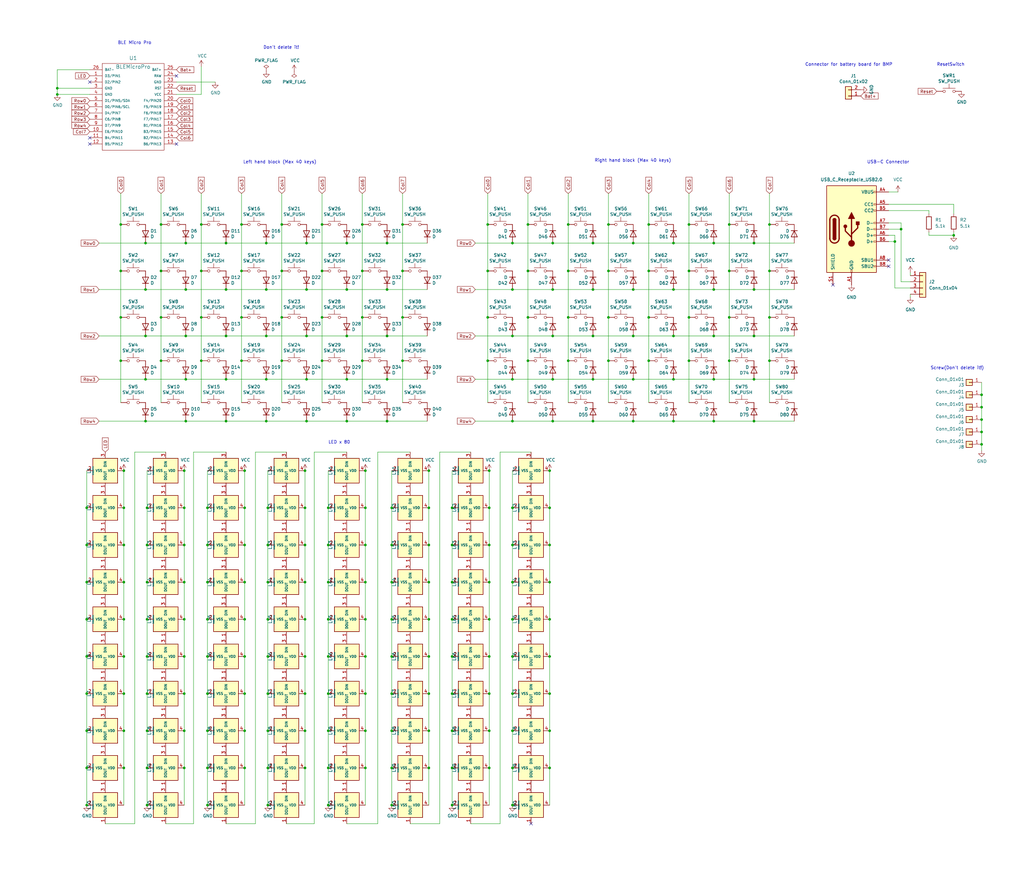
<source format=kicad_sch>
(kicad_sch (version 20211123) (generator eeschema)
  (paper "User" 419.989 360.045)
  (junction (at 210.185 254))
  (junction (at 276.225 118.745))
  (junction (at 249.555 147.955))
  (junction (at 315.595 147.955))
  (junction (at 160.655 330.2))
  (junction (at 92.71 118.745))
  (junction (at 185.42 254))
  (junction (at 276.225 99.695))
  (junction (at 210.185 314.96))
  (junction (at 85.09 269.24))
  (junction (at 115.57 92.075))
  (junction (at 200.66 254))
  (junction (at 109.855 330.2))
  (junction (at 210.185 172.72))
  (junction (at 158.75 118.745))
  (junction (at 100.33 284.48))
  (junction (at 149.86 314.96))
  (junction (at 82.55 111.125))
  (junction (at 109.855 254))
  (junction (at 402.59 167.005))
  (junction (at 85.09 284.48))
  (junction (at 160.655 284.48))
  (junction (at 134.62 314.96))
  (junction (at 109.22 118.745))
  (junction (at 175.895 223.52))
  (junction (at 134.62 284.48))
  (junction (at 226.695 118.745))
  (junction (at 369.57 93.98))
  (junction (at 115.57 111.125))
  (junction (at 210.185 99.695))
  (junction (at 149.86 208.28))
  (junction (at 225.425 193.04))
  (junction (at 100.33 299.72))
  (junction (at 85.09 238.76))
  (junction (at 233.045 111.125))
  (junction (at 266.065 92.075))
  (junction (at 75.565 208.28))
  (junction (at 160.655 314.96))
  (junction (at 60.325 254))
  (junction (at 210.185 238.76))
  (junction (at 216.535 92.075))
  (junction (at 134.62 208.28))
  (junction (at 210.185 299.72))
  (junction (at 210.185 137.795))
  (junction (at 132.08 130.175))
  (junction (at 149.86 299.72))
  (junction (at 149.86 238.76))
  (junction (at 210.185 223.52))
  (junction (at 75.565 299.72))
  (junction (at 200.66 238.76))
  (junction (at 282.575 111.125))
  (junction (at 226.695 172.72))
  (junction (at 309.245 137.795))
  (junction (at 225.425 238.76))
  (junction (at 299.085 92.075))
  (junction (at 225.425 208.28))
  (junction (at 109.855 314.96))
  (junction (at 158.75 137.795))
  (junction (at 200.025 130.175))
  (junction (at 149.86 223.52))
  (junction (at 75.565 284.48))
  (junction (at 149.86 284.48))
  (junction (at 185.42 284.48))
  (junction (at 35.56 284.48))
  (junction (at 142.24 172.72))
  (junction (at 109.855 208.28))
  (junction (at 99.06 111.125))
  (junction (at 50.8 208.28))
  (junction (at 109.22 172.72))
  (junction (at 142.24 137.795))
  (junction (at 100.33 193.04))
  (junction (at 225.425 284.48))
  (junction (at 210.185 330.2))
  (junction (at 109.855 269.24))
  (junction (at 259.715 137.795))
  (junction (at 175.895 299.72))
  (junction (at 249.555 92.075))
  (junction (at 125.73 155.575))
  (junction (at 225.425 254))
  (junction (at 148.59 147.955))
  (junction (at 125.095 193.04))
  (junction (at 100.33 269.24))
  (junction (at 35.56 299.72))
  (junction (at 225.425 269.24))
  (junction (at 60.325 238.76))
  (junction (at 158.75 99.695))
  (junction (at 125.095 238.76))
  (junction (at 249.555 130.175))
  (junction (at 210.185 155.575))
  (junction (at 210.185 269.24))
  (junction (at 160.655 223.52))
  (junction (at 134.62 330.2))
  (junction (at 60.325 284.48))
  (junction (at 282.575 130.175))
  (junction (at 50.8 254))
  (junction (at 49.53 130.175))
  (junction (at 266.065 130.175))
  (junction (at 266.065 147.955))
  (junction (at 125.095 284.48))
  (junction (at 200.66 208.28))
  (junction (at 35.56 238.76))
  (junction (at 59.69 155.575))
  (junction (at 85.09 208.28))
  (junction (at 109.22 99.695))
  (junction (at 100.33 254))
  (junction (at 100.33 314.96))
  (junction (at 59.69 118.745))
  (junction (at 134.62 299.72))
  (junction (at 66.04 147.955))
  (junction (at 76.2 99.695))
  (junction (at 391.16 96.52))
  (junction (at 132.08 111.125))
  (junction (at 50.8 238.76))
  (junction (at 85.09 330.2))
  (junction (at 200.66 314.96))
  (junction (at 115.57 130.175))
  (junction (at 50.8 284.48))
  (junction (at 50.8 299.72))
  (junction (at 75.565 238.76))
  (junction (at 75.565 269.24))
  (junction (at 233.045 147.955))
  (junction (at 315.595 130.175))
  (junction (at 175.895 314.96))
  (junction (at 160.655 238.76))
  (junction (at 109.855 284.48))
  (junction (at 92.71 155.575))
  (junction (at 299.085 147.955))
  (junction (at 125.73 172.72))
  (junction (at 125.095 269.24))
  (junction (at 85.09 314.96))
  (junction (at 125.095 299.72))
  (junction (at 109.22 155.575))
  (junction (at 185.42 269.24))
  (junction (at 50.8 223.52))
  (junction (at 292.735 118.745))
  (junction (at 100.33 208.28))
  (junction (at 309.245 99.695))
  (junction (at 59.69 172.72))
  (junction (at 225.425 223.52))
  (junction (at 315.595 92.075))
  (junction (at 165.1 92.075))
  (junction (at 85.09 223.52))
  (junction (at 210.185 118.745))
  (junction (at 185.42 299.72))
  (junction (at 200.025 147.955))
  (junction (at 35.56 223.52))
  (junction (at 99.06 147.955))
  (junction (at 315.595 111.125))
  (junction (at 160.655 269.24))
  (junction (at 259.715 118.745))
  (junction (at 276.225 137.795))
  (junction (at 49.53 92.075))
  (junction (at 49.53 111.125))
  (junction (at 66.04 92.075))
  (junction (at 148.59 111.125))
  (junction (at 60.325 330.2))
  (junction (at 125.73 137.795))
  (junction (at 276.225 155.575))
  (junction (at 92.71 99.695))
  (junction (at 200.66 193.04))
  (junction (at 149.86 269.24))
  (junction (at 165.1 147.955))
  (junction (at 134.62 238.76))
  (junction (at 82.55 92.075))
  (junction (at 200.66 284.48))
  (junction (at 185.42 238.76))
  (junction (at 92.71 137.795))
  (junction (at 175.895 269.24))
  (junction (at 82.55 130.175))
  (junction (at 109.22 137.795))
  (junction (at 125.095 254))
  (junction (at 35.56 330.2))
  (junction (at 233.045 130.175))
  (junction (at 75.565 254))
  (junction (at 148.59 92.075))
  (junction (at 402.59 172.085))
  (junction (at 60.325 269.24))
  (junction (at 367.03 99.06))
  (junction (at 402.59 182.245))
  (junction (at 49.53 147.955))
  (junction (at 249.555 111.125))
  (junction (at 115.57 147.955))
  (junction (at 200.025 92.075))
  (junction (at 75.565 314.96))
  (junction (at 175.895 238.76))
  (junction (at 210.185 284.48))
  (junction (at 200.66 269.24))
  (junction (at 225.425 299.72))
  (junction (at 142.24 155.575))
  (junction (at 259.715 172.72))
  (junction (at 23.495 38.735))
  (junction (at 99.06 130.175))
  (junction (at 243.205 118.745))
  (junction (at 309.245 155.575))
  (junction (at 175.895 193.04))
  (junction (at 226.695 99.695))
  (junction (at 60.325 208.28))
  (junction (at 23.495 36.195))
  (junction (at 76.2 137.795))
  (junction (at 266.065 111.125))
  (junction (at 243.205 137.795))
  (junction (at 82.55 147.955))
  (junction (at 99.06 92.075))
  (junction (at 149.86 254))
  (junction (at 175.895 284.48))
  (junction (at 76.2 172.72))
  (junction (at 225.425 314.96))
  (junction (at 292.735 137.795))
  (junction (at 100.33 223.52))
  (junction (at 109.855 238.76))
  (junction (at 158.75 155.575))
  (junction (at 402.59 161.925))
  (junction (at 185.42 208.28))
  (junction (at 50.8 314.96))
  (junction (at 35.56 254))
  (junction (at 66.04 130.175))
  (junction (at 165.1 130.175))
  (junction (at 85.09 254))
  (junction (at 165.1 111.125))
  (junction (at 259.715 99.695))
  (junction (at 309.245 172.72))
  (junction (at 233.045 92.075))
  (junction (at 125.73 99.695))
  (junction (at 282.575 147.955))
  (junction (at 125.095 314.96))
  (junction (at 292.735 99.695))
  (junction (at 148.59 130.175))
  (junction (at 75.565 193.04))
  (junction (at 85.09 299.72))
  (junction (at 100.33 238.76))
  (junction (at 200.66 299.72))
  (junction (at 292.735 172.72))
  (junction (at 185.42 223.52))
  (junction (at 149.86 193.04))
  (junction (at 175.895 254))
  (junction (at 59.69 99.695))
  (junction (at 216.535 111.125))
  (junction (at 132.08 92.075))
  (junction (at 299.085 130.175))
  (junction (at 158.75 172.72))
  (junction (at 299.085 111.125))
  (junction (at 243.205 99.695))
  (junction (at 35.56 269.24))
  (junction (at 160.655 299.72))
  (junction (at 60.325 299.72))
  (junction (at 282.575 92.075))
  (junction (at 92.71 172.72))
  (junction (at 243.205 172.72))
  (junction (at 125.095 208.28))
  (junction (at 243.205 155.575))
  (junction (at 216.535 147.955))
  (junction (at 125.73 118.745))
  (junction (at 59.69 137.795))
  (junction (at 402.59 177.165))
  (junction (at 160.655 254))
  (junction (at 200.66 223.52))
  (junction (at 276.225 172.72))
  (junction (at 109.855 223.52))
  (junction (at 60.325 223.52))
  (junction (at 226.695 137.795))
  (junction (at 132.08 147.955))
  (junction (at 226.695 155.575))
  (junction (at 75.565 223.52))
  (junction (at 200.025 111.125))
  (junction (at 66.04 111.125))
  (junction (at 210.185 208.28))
  (junction (at 259.715 155.575))
  (junction (at 175.895 208.28))
  (junction (at 35.56 314.96))
  (junction (at 109.855 299.72))
  (junction (at 160.655 208.28))
  (junction (at 185.42 330.2))
  (junction (at 60.325 314.96))
  (junction (at 76.2 155.575))
  (junction (at 185.42 314.96))
  (junction (at 142.24 99.695))
  (junction (at 292.735 155.575))
  (junction (at 125.095 223.52))
  (junction (at 134.62 269.24))
  (junction (at 35.56 208.28))
  (junction (at 309.245 118.745))
  (junction (at 142.24 118.745))
  (junction (at 216.535 130.175))
  (junction (at 134.62 223.52))
  (junction (at 76.2 118.745))
  (junction (at 50.8 269.24))
  (junction (at 134.62 254))
  (junction (at 50.8 193.04))
  (no_connect (at 72.39 31.115))
  (no_connect (at 72.39 59.055))
  (no_connect (at 341.63 116.84))
  (no_connect (at 364.49 109.22))
  (no_connect (at 364.49 106.68))
  (no_connect (at 36.83 56.515))
  (no_connect (at 36.83 33.655))
  (no_connect (at 217.805 337.82))
  (no_connect (at 36.83 59.055))
  (wire (pts (xy 216.535 130.175) (xy 216.535 147.955)))
  (wire (pts (xy 132.08 147.955) (xy 132.08 165.1)))
  (wire (pts (xy 35.56 314.96) (xy 35.56 330.2)))
  (wire (pts (xy 59.69 137.795) (xy 40.64 137.795)))
  (wire (pts (xy 100.33 193.04) (xy 100.33 208.28)))
  (wire (pts (xy 67.945 337.82) (xy 79.375 337.82)))
  (wire (pts (xy 233.045 92.075) (xy 233.045 111.125)))
  (wire (pts (xy 79.375 185.42) (xy 92.71 185.42)))
  (wire (pts (xy 185.42 238.76) (xy 185.42 254)))
  (wire (pts (xy 142.24 118.745) (xy 158.75 118.745)))
  (wire (pts (xy 200.025 92.075) (xy 200.025 111.125)))
  (wire (pts (xy 125.73 99.695) (xy 142.24 99.695)))
  (wire (pts (xy 210.185 118.745) (xy 226.695 118.745)))
  (wire (pts (xy 175.26 137.795) (xy 158.75 137.795)))
  (wire (pts (xy 134.62 208.28) (xy 134.62 223.52)))
  (wire (pts (xy 109.855 314.96) (xy 109.855 330.2)))
  (wire (pts (xy 175.895 269.24) (xy 175.895 284.48)))
  (wire (pts (xy 125.73 172.72) (xy 142.24 172.72)))
  (wire (pts (xy 75.565 284.48) (xy 75.565 299.72)))
  (wire (pts (xy 367.03 99.06) (xy 367.03 118.11)))
  (wire (pts (xy 109.22 137.795) (xy 125.73 137.795)))
  (wire (pts (xy 315.595 92.075) (xy 315.595 111.125)))
  (wire (pts (xy 194.945 137.795) (xy 210.185 137.795)))
  (wire (pts (xy 43.18 337.82) (xy 55.245 337.82)))
  (wire (pts (xy 142.24 155.575) (xy 158.75 155.575)))
  (wire (pts (xy 402.59 172.085) (xy 402.59 177.165)))
  (wire (pts (xy 132.08 111.125) (xy 132.08 130.175)))
  (wire (pts (xy 226.695 155.575) (xy 243.205 155.575)))
  (wire (pts (xy 60.325 193.04) (xy 60.325 208.28)))
  (wire (pts (xy 226.695 172.72) (xy 243.205 172.72)))
  (wire (pts (xy 154.94 185.42) (xy 168.275 185.42)))
  (wire (pts (xy 266.065 92.075) (xy 266.065 111.125)))
  (wire (pts (xy 160.655 193.04) (xy 160.655 208.28)))
  (wire (pts (xy 160.655 314.96) (xy 160.655 330.2)))
  (wire (pts (xy 200.025 130.175) (xy 200.025 147.955)))
  (wire (pts (xy 109.22 99.695) (xy 125.73 99.695)))
  (wire (pts (xy 100.33 299.72) (xy 100.33 314.96)))
  (wire (pts (xy 148.59 92.075) (xy 148.59 111.125)))
  (wire (pts (xy 50.8 284.48) (xy 50.8 299.72)))
  (wire (pts (xy 165.1 111.125) (xy 165.1 130.175)))
  (wire (pts (xy 82.55 147.955) (xy 82.55 165.1)))
  (wire (pts (xy 185.42 193.04) (xy 185.42 208.28)))
  (wire (pts (xy 225.425 269.24) (xy 225.425 284.48)))
  (wire (pts (xy 60.325 238.76) (xy 60.325 254)))
  (wire (pts (xy 200.66 314.96) (xy 200.66 330.2)))
  (wire (pts (xy 373.38 118.11) (xy 367.03 118.11)))
  (wire (pts (xy 75.565 193.04) (xy 75.565 208.28)))
  (wire (pts (xy 92.71 337.82) (xy 104.775 337.82)))
  (wire (pts (xy 75.565 238.76) (xy 75.565 254)))
  (wire (pts (xy 200.66 254) (xy 200.66 269.24)))
  (wire (pts (xy 100.33 238.76) (xy 100.33 254)))
  (wire (pts (xy 243.205 172.72) (xy 259.715 172.72)))
  (wire (pts (xy 76.2 172.72) (xy 92.71 172.72)))
  (wire (pts (xy 88.265 33.655) (xy 72.39 33.655)))
  (wire (pts (xy 276.225 155.575) (xy 292.735 155.575)))
  (wire (pts (xy 266.065 130.175) (xy 266.065 147.955)))
  (wire (pts (xy 59.69 137.795) (xy 76.2 137.795)))
  (wire (pts (xy 381 96.52) (xy 391.16 96.52)))
  (wire (pts (xy 125.095 208.28) (xy 125.095 223.52)))
  (wire (pts (xy 200.025 79.375) (xy 200.025 92.075)))
  (wire (pts (xy 134.62 314.96) (xy 134.62 330.2)))
  (wire (pts (xy 50.8 299.72) (xy 50.8 314.96)))
  (wire (pts (xy 160.655 254) (xy 160.655 269.24)))
  (wire (pts (xy 50.8 269.24) (xy 50.8 284.48)))
  (wire (pts (xy 154.94 337.82) (xy 154.94 185.42)))
  (wire (pts (xy 66.04 92.075) (xy 66.04 111.125)))
  (wire (pts (xy 180.34 185.42) (xy 193.04 185.42)))
  (wire (pts (xy 205.105 185.42) (xy 217.805 185.42)))
  (wire (pts (xy 282.575 92.075) (xy 282.575 111.125)))
  (wire (pts (xy 391.16 83.82) (xy 391.16 87.63)))
  (wire (pts (xy 125.095 314.96) (xy 125.095 330.2)))
  (wire (pts (xy 142.24 172.72) (xy 158.75 172.72)))
  (wire (pts (xy 66.04 79.375) (xy 66.04 92.075)))
  (wire (pts (xy 233.045 111.125) (xy 233.045 130.175)))
  (wire (pts (xy 364.49 93.98) (xy 369.57 93.98)))
  (wire (pts (xy 225.425 223.52) (xy 225.425 238.76)))
  (wire (pts (xy 175.26 155.575) (xy 158.75 155.575)))
  (wire (pts (xy 35.56 223.52) (xy 35.56 238.76)))
  (wire (pts (xy 134.62 223.52) (xy 134.62 238.76)))
  (wire (pts (xy 185.42 299.72) (xy 185.42 314.96)))
  (wire (pts (xy 99.06 130.175) (xy 99.06 147.955)))
  (wire (pts (xy 125.095 223.52) (xy 125.095 238.76)))
  (wire (pts (xy 276.225 172.72) (xy 292.735 172.72)))
  (wire (pts (xy 35.56 269.24) (xy 35.56 284.48)))
  (wire (pts (xy 59.69 99.695) (xy 40.64 99.695)))
  (wire (pts (xy 165.1 147.955) (xy 165.1 165.1)))
  (wire (pts (xy 175.895 208.28) (xy 175.895 223.52)))
  (wire (pts (xy 368.3 78.74) (xy 364.49 78.74)))
  (wire (pts (xy 200.66 284.48) (xy 200.66 299.72)))
  (wire (pts (xy 175.895 254) (xy 175.895 269.24)))
  (wire (pts (xy 85.09 238.76) (xy 85.09 254)))
  (wire (pts (xy 309.245 155.575) (xy 325.755 155.575)))
  (wire (pts (xy 115.57 147.955) (xy 115.57 165.1)))
  (wire (pts (xy 160.655 238.76) (xy 160.655 254)))
  (wire (pts (xy 50.8 238.76) (xy 50.8 254)))
  (wire (pts (xy 225.425 284.48) (xy 225.425 299.72)))
  (wire (pts (xy 100.33 284.48) (xy 100.33 299.72)))
  (wire (pts (xy 210.185 208.28) (xy 210.185 223.52)))
  (wire (pts (xy 75.565 208.28) (xy 75.565 223.52)))
  (wire (pts (xy 148.59 79.375) (xy 148.59 92.075)))
  (wire (pts (xy 226.695 137.795) (xy 243.205 137.795)))
  (wire (pts (xy 185.42 269.24) (xy 185.42 284.48)))
  (wire (pts (xy 266.065 111.125) (xy 266.065 130.175)))
  (wire (pts (xy 35.56 193.04) (xy 35.56 208.28)))
  (wire (pts (xy 364.49 86.36) (xy 381 86.36)))
  (wire (pts (xy 115.57 111.125) (xy 115.57 130.175)))
  (wire (pts (xy 259.715 155.575) (xy 276.225 155.575)))
  (wire (pts (xy 210.185 284.48) (xy 210.185 299.72)))
  (wire (pts (xy 292.735 172.72) (xy 309.245 172.72)))
  (wire (pts (xy 292.735 99.695) (xy 309.245 99.695)))
  (wire (pts (xy 216.535 147.955) (xy 216.535 165.1)))
  (wire (pts (xy 391.16 95.25) (xy 391.16 96.52)))
  (wire (pts (xy 381 86.36) (xy 381 87.63)))
  (wire (pts (xy 125.73 137.795) (xy 142.24 137.795)))
  (wire (pts (xy 373.38 120.65) (xy 373.38 121.92)))
  (wire (pts (xy 36.83 36.195) (xy 23.495 36.195)))
  (wire (pts (xy 282.575 79.375) (xy 282.575 92.075)))
  (wire (pts (xy 243.205 137.795) (xy 259.715 137.795)))
  (wire (pts (xy 134.62 284.48) (xy 134.62 299.72)))
  (wire (pts (xy 175.26 172.72) (xy 158.75 172.72)))
  (wire (pts (xy 165.1 92.075) (xy 165.1 111.125)))
  (wire (pts (xy 160.655 223.52) (xy 160.655 238.76)))
  (wire (pts (xy 292.735 137.795) (xy 309.245 137.795)))
  (wire (pts (xy 109.22 155.575) (xy 125.73 155.575)))
  (wire (pts (xy 99.06 111.125) (xy 99.06 130.175)))
  (wire (pts (xy 402.59 182.245) (xy 402.59 184.785)))
  (wire (pts (xy 92.71 137.795) (xy 109.22 137.795)))
  (wire (pts (xy 225.425 299.72) (xy 225.425 314.96)))
  (wire (pts (xy 100.33 254) (xy 100.33 269.24)))
  (wire (pts (xy 49.53 111.125) (xy 49.53 130.175)))
  (wire (pts (xy 149.86 193.04) (xy 149.86 208.28)))
  (wire (pts (xy 76.2 137.795) (xy 92.71 137.795)))
  (wire (pts (xy 100.33 269.24) (xy 100.33 284.48)))
  (wire (pts (xy 55.245 337.82) (xy 55.245 185.42)))
  (wire (pts (xy 175.895 223.52) (xy 175.895 238.76)))
  (wire (pts (xy 115.57 92.075) (xy 115.57 111.125)))
  (wire (pts (xy 210.185 254) (xy 210.185 269.24)))
  (wire (pts (xy 35.56 238.76) (xy 35.56 254)))
  (wire (pts (xy 50.8 254) (xy 50.8 269.24)))
  (wire (pts (xy 75.565 269.24) (xy 75.565 284.48)))
  (wire (pts (xy 109.855 299.72) (xy 109.855 314.96)))
  (wire (pts (xy 205.105 337.82) (xy 205.105 185.42)))
  (wire (pts (xy 160.655 269.24) (xy 160.655 284.48)))
  (wire (pts (xy 109.22 118.745) (xy 125.73 118.745)))
  (wire (pts (xy 82.55 38.735) (xy 82.55 27.305)))
  (wire (pts (xy 49.53 147.955) (xy 49.53 165.1)))
  (wire (pts (xy 381 96.52) (xy 381 95.25)))
  (wire (pts (xy 309.245 118.745) (xy 325.755 118.745)))
  (wire (pts (xy 109.855 284.48) (xy 109.855 299.72)))
  (wire (pts (xy 59.69 155.575) (xy 76.2 155.575)))
  (wire (pts (xy 59.69 118.745) (xy 76.2 118.745)))
  (wire (pts (xy 292.735 155.575) (xy 309.245 155.575)))
  (wire (pts (xy 35.56 284.48) (xy 35.56 299.72)))
  (wire (pts (xy 59.69 118.745) (xy 40.64 118.745)))
  (wire (pts (xy 49.53 130.175) (xy 49.53 147.955)))
  (wire (pts (xy 194.945 155.575) (xy 210.185 155.575)))
  (wire (pts (xy 92.71 155.575) (xy 109.22 155.575)))
  (wire (pts (xy 225.425 238.76) (xy 225.425 254)))
  (wire (pts (xy 99.06 79.375) (xy 99.06 92.075)))
  (wire (pts (xy 309.245 99.695) (xy 325.755 99.695)))
  (wire (pts (xy 36.83 38.735) (xy 23.495 38.735)))
  (wire (pts (xy 233.045 79.375) (xy 233.045 92.075)))
  (wire (pts (xy 60.325 208.28) (xy 60.325 223.52)))
  (wire (pts (xy 117.475 337.82) (xy 128.905 337.82)))
  (wire (pts (xy 210.185 193.04) (xy 210.185 208.28)))
  (wire (pts (xy 369.57 115.57) (xy 373.38 115.57)))
  (wire (pts (xy 259.715 137.795) (xy 276.225 137.795)))
  (wire (pts (xy 225.425 254) (xy 225.425 269.24)))
  (wire (pts (xy 23.495 36.195) (xy 23.495 38.735)))
  (wire (pts (xy 76.2 118.745) (xy 92.71 118.745)))
  (wire (pts (xy 149.86 314.96) (xy 149.86 330.2)))
  (wire (pts (xy 149.86 238.76) (xy 149.86 254)))
  (wire (pts (xy 148.59 147.955) (xy 148.59 165.1)))
  (wire (pts (xy 210.185 99.695) (xy 226.695 99.695)))
  (wire (pts (xy 299.085 111.125) (xy 299.085 130.175)))
  (wire (pts (xy 115.57 79.375) (xy 115.57 92.075)))
  (wire (pts (xy 200.025 111.125) (xy 200.025 130.175)))
  (wire (pts (xy 160.655 208.28) (xy 160.655 223.52)))
  (wire (pts (xy 99.06 92.075) (xy 99.06 111.125)))
  (wire (pts (xy 226.695 99.695) (xy 243.205 99.695)))
  (wire (pts (xy 75.565 223.52) (xy 75.565 238.76)))
  (wire (pts (xy 72.39 38.735) (xy 82.55 38.735)))
  (wire (pts (xy 50.8 223.52) (xy 50.8 238.76)))
  (wire (pts (xy 402.59 156.845) (xy 402.59 161.925)))
  (wire (pts (xy 92.71 99.695) (xy 109.22 99.695)))
  (wire (pts (xy 369.57 91.44) (xy 369.57 93.98)))
  (wire (pts (xy 180.34 337.82) (xy 180.34 185.42)))
  (wire (pts (xy 165.1 79.375) (xy 165.1 92.075)))
  (wire (pts (xy 216.535 92.075) (xy 216.535 111.125)))
  (wire (pts (xy 266.065 79.375) (xy 266.065 92.075)))
  (wire (pts (xy 282.575 147.955) (xy 282.575 165.1)))
  (wire (pts (xy 200.66 299.72) (xy 200.66 314.96)))
  (wire (pts (xy 149.86 208.28) (xy 149.86 223.52)))
  (wire (pts (xy 85.09 269.24) (xy 85.09 284.48)))
  (wire (pts (xy 315.595 147.955) (xy 315.595 165.1)))
  (wire (pts (xy 364.49 83.82) (xy 391.16 83.82)))
  (wire (pts (xy 59.69 99.695) (xy 76.2 99.695)))
  (wire (pts (xy 185.42 208.28) (xy 185.42 223.52)))
  (wire (pts (xy 210.185 269.24) (xy 210.185 284.48)))
  (wire (pts (xy 148.59 130.175) (xy 148.59 147.955)))
  (wire (pts (xy 85.09 223.52) (xy 85.09 238.76)))
  (wire (pts (xy 125.095 193.04) (xy 125.095 208.28)))
  (wire (pts (xy 82.55 92.075) (xy 82.55 111.125)))
  (wire (pts (xy 149.86 299.72) (xy 149.86 314.96)))
  (wire (pts (xy 299.085 130.175) (xy 299.085 147.955)))
  (wire (pts (xy 259.715 99.695) (xy 276.225 99.695)))
  (wire (pts (xy 100.33 208.28) (xy 100.33 223.52)))
  (wire (pts (xy 200.025 147.955) (xy 200.025 165.1)))
  (wire (pts (xy 134.62 193.04) (xy 134.62 208.28)))
  (wire (pts (xy 194.945 172.72) (xy 210.185 172.72)))
  (wire (pts (xy 82.55 130.175) (xy 82.55 147.955)))
  (wire (pts (xy 315.595 79.375) (xy 315.595 92.075)))
  (wire (pts (xy 373.38 111.76) (xy 373.38 113.03)))
  (wire (pts (xy 85.09 299.72) (xy 85.09 314.96)))
  (wire (pts (xy 210.185 238.76) (xy 210.185 254)))
  (wire (pts (xy 233.045 130.175) (xy 233.045 147.955)))
  (wire (pts (xy 109.855 269.24) (xy 109.855 284.48)))
  (wire (pts (xy 115.57 130.175) (xy 115.57 147.955)))
  (wire (pts (xy 160.655 299.72) (xy 160.655 314.96)))
  (wire (pts (xy 125.73 155.575) (xy 142.24 155.575)))
  (wire (pts (xy 109.22 172.72) (xy 125.73 172.72)))
  (wire (pts (xy 50.8 193.04) (xy 50.8 208.28)))
  (wire (pts (xy 193.04 337.82) (xy 205.105 337.82)))
  (wire (pts (xy 282.575 130.175) (xy 282.575 147.955)))
  (wire (pts (xy 225.425 193.04) (xy 225.425 208.28)))
  (wire (pts (xy 249.555 111.125) (xy 249.555 130.175)))
  (wire (pts (xy 35.56 299.72) (xy 35.56 314.96)))
  (wire (pts (xy 200.66 193.04) (xy 200.66 208.28)))
  (wire (pts (xy 85.09 208.28) (xy 85.09 223.52)))
  (wire (pts (xy 92.71 172.72) (xy 109.22 172.72)))
  (wire (pts (xy 59.69 172.72) (xy 40.64 172.72)))
  (wire (pts (xy 210.185 223.52) (xy 210.185 238.76)))
  (wire (pts (xy 364.49 91.44) (xy 369.57 91.44)))
  (wire (pts (xy 292.735 118.745) (xy 309.245 118.745)))
  (wire (pts (xy 402.59 161.925) (xy 402.59 167.005)))
  (wire (pts (xy 59.69 172.72) (xy 76.2 172.72)))
  (wire (pts (xy 125.095 299.72) (xy 125.095 314.96)))
  (wire (pts (xy 125.095 254) (xy 125.095 269.24)))
  (wire (pts (xy 132.08 79.375) (xy 132.08 92.075)))
  (wire (pts (xy 128.905 185.42) (xy 142.24 185.42)))
  (wire (pts (xy 200.66 269.24) (xy 200.66 284.48)))
  (wire (pts (xy 243.205 99.695) (xy 259.715 99.695)))
  (wire (pts (xy 132.08 92.075) (xy 132.08 111.125)))
  (wire (pts (xy 60.325 223.52) (xy 60.325 238.76)))
  (wire (pts (xy 259.715 172.72) (xy 276.225 172.72)))
  (wire (pts (xy 134.62 269.24) (xy 134.62 284.48)))
  (wire (pts (xy 249.555 147.955) (xy 249.555 165.1)))
  (wire (pts (xy 402.59 177.165) (xy 402.59 182.245)))
  (wire (pts (xy 75.565 299.72) (xy 75.565 314.96)))
  (wire (pts (xy 104.775 337.82) (xy 104.775 185.42)))
  (wire (pts (xy 185.42 254) (xy 185.42 269.24)))
  (wire (pts (xy 299.085 79.375) (xy 299.085 92.075)))
  (wire (pts (xy 85.09 284.48) (xy 85.09 299.72)))
  (wire (pts (xy 149.86 284.48) (xy 149.86 299.72)))
  (wire (pts (xy 299.085 147.955) (xy 299.085 165.1)))
  (wire (pts (xy 249.555 130.175) (xy 249.555 147.955)))
  (wire (pts (xy 100.33 223.52) (xy 100.33 238.76)))
  (wire (pts (xy 309.245 172.72) (xy 325.755 172.72)))
  (wire (pts (xy 50.8 314.96) (xy 50.8 330.2)))
  (wire (pts (xy 82.55 111.125) (xy 82.55 130.175)))
  (wire (pts (xy 85.09 193.04) (xy 85.09 208.28)))
  (wire (pts (xy 276.225 99.695) (xy 292.735 99.695)))
  (wire (pts (xy 60.325 314.96) (xy 60.325 330.2)))
  (wire (pts (xy 49.53 79.375) (xy 49.53 92.075)))
  (wire (pts (xy 210.185 155.575) (xy 226.695 155.575)))
  (wire (pts (xy 210.185 314.96) (xy 210.185 330.2)))
  (wire (pts (xy 210.185 137.795) (xy 226.695 137.795)))
  (wire (pts (xy 75.565 314.96) (xy 75.565 330.2)))
  (wire (pts (xy 50.8 208.28) (xy 50.8 223.52)))
  (wire (pts (xy 276.225 118.745) (xy 292.735 118.745)))
  (wire (pts (xy 266.065 147.955) (xy 266.065 165.1)))
  (wire (pts (xy 125.73 118.745) (xy 142.24 118.745)))
  (wire (pts (xy 85.09 254) (xy 85.09 269.24)))
  (wire (pts (xy 55.245 185.42) (xy 67.945 185.42)))
  (wire (pts (xy 109.855 254) (xy 109.855 269.24)))
  (wire (pts (xy 249.555 79.375) (xy 249.555 92.075)))
  (wire (pts (xy 259.715 118.745) (xy 276.225 118.745)))
  (wire (pts (xy 200.66 208.28) (xy 200.66 223.52)))
  (wire (pts (xy 60.325 284.48) (xy 60.325 299.72)))
  (wire (pts (xy 79.375 337.82) (xy 79.375 185.42)))
  (wire (pts (xy 149.86 254) (xy 149.86 269.24)))
  (wire (pts (xy 175.26 99.695) (xy 158.75 99.695)))
  (wire (pts (xy 66.04 147.955) (xy 66.04 165.1)))
  (wire (pts (xy 160.655 284.48) (xy 160.655 299.72)))
  (wire (pts (xy 175.895 284.48) (xy 175.895 299.72)))
  (wire (pts (xy 175.895 314.96) (xy 175.895 330.2)))
  (wire (pts (xy 35.56 208.28) (xy 35.56 223.52)))
  (wire (pts (xy 175.895 299.72) (xy 175.895 314.96)))
  (wire (pts (xy 49.53 92.075) (xy 49.53 111.125)))
  (wire (pts (xy 35.56 254) (xy 35.56 269.24)))
  (wire (pts (xy 175.895 193.04) (xy 175.895 208.28)))
  (wire (pts (xy 142.24 99.695) (xy 158.75 99.695)))
  (wire (pts (xy 243.205 155.575) (xy 259.715 155.575)))
  (wire (pts (xy 148.59 111.125) (xy 148.59 130.175)))
  (wire (pts (xy 315.595 130.175) (xy 315.595 147.955)))
  (wire (pts (xy 185.42 314.96) (xy 185.42 330.2)))
  (wire (pts (xy 60.325 299.72) (xy 60.325 314.96)))
  (wire (pts (xy 309.245 137.795) (xy 325.755 137.795)))
  (wire (pts (xy 134.62 238.76) (xy 134.62 254)))
  (wire (pts (xy 364.49 99.06) (xy 367.03 99.06)))
  (wire (pts (xy 175.26 118.745) (xy 158.75 118.745)))
  (wire (pts (xy 104.775 185.42) (xy 117.475 185.42)))
  (wire (pts (xy 82.55 79.375) (xy 82.55 92.075)))
  (wire (pts (xy 109.855 223.52) (xy 109.855 238.76)))
  (wire (pts (xy 249.555 92.075) (xy 249.555 111.125)))
  (wire (pts (xy 200.66 238.76) (xy 200.66 254)))
  (wire (pts (xy 225.425 208.28) (xy 225.425 223.52)))
  (wire (pts (xy 60.325 254) (xy 60.325 269.24)))
  (wire (pts (xy 210.185 172.72) (xy 226.695 172.72)))
  (wire (pts (xy 299.085 92.075) (xy 299.085 111.125)))
  (wire (pts (xy 225.425 314.96) (xy 225.425 330.2)))
  (wire (pts (xy 282.575 111.125) (xy 282.575 130.175)))
  (wire (pts (xy 185.42 284.48) (xy 185.42 299.72)))
  (wire (pts (xy 100.33 314.96) (xy 100.33 330.2)))
  (wire (pts (xy 36.83 28.575) (xy 23.495 28.575)))
  (wire (pts (xy 210.185 299.72) (xy 210.185 314.96)))
  (wire (pts (xy 315.595 111.125) (xy 315.595 130.175)))
  (wire (pts (xy 125.095 238.76) (xy 125.095 254)))
  (wire (pts (xy 109.855 193.04) (xy 109.855 208.28)))
  (wire (pts (xy 194.945 99.695) (xy 210.185 99.695)))
  (wire (pts (xy 99.06 147.955) (xy 99.06 165.1)))
  (wire (pts (xy 149.86 269.24) (xy 149.86 284.48)))
  (wire (pts (xy 60.325 269.24) (xy 60.325 284.48)))
  (wire (pts (xy 200.66 223.52) (xy 200.66 238.76)))
  (wire (pts (xy 76.2 99.695) (xy 92.71 99.695)))
  (wire (pts (xy 109.855 238.76) (xy 109.855 254)))
  (wire (pts (xy 367.03 96.52) (xy 367.03 99.06)))
  (wire (pts (xy 75.565 254) (xy 75.565 269.24)))
  (wire (pts (xy 165.1 130.175) (xy 165.1 147.955)))
  (wire (pts (xy 226.695 118.745) (xy 243.205 118.745)))
  (wire (pts (xy 233.045 147.955) (xy 233.045 165.1)))
  (wire (pts (xy 128.905 337.82) (xy 128.905 185.42)))
  (wire (pts (xy 92.71 118.745) (xy 109.22 118.745)))
  (wire (pts (xy 76.2 155.575) (xy 92.71 155.575)))
  (wire (pts (xy 66.04 111.125) (xy 66.04 130.175)))
  (wire (pts (xy 402.59 167.005) (xy 402.59 172.085)))
  (wire (pts (xy 66.04 130.175) (xy 66.04 147.955)))
  (wire (pts (xy 125.095 284.48) (xy 125.095 299.72)))
  (wire (pts (xy 142.24 337.82) (xy 154.94 337.82)))
  (wire (pts (xy 142.24 137.795) (xy 158.75 137.795)))
  (wire (pts (xy 216.535 79.375) (xy 216.535 92.075)))
  (wire (pts (xy 175.895 238.76) (xy 175.895 254)))
  (wire (pts (xy 149.86 223.52) (xy 149.86 238.76)))
  (wire (pts (xy 109.855 208.28) (xy 109.855 223.52)))
  (wire (pts (xy 85.09 314.96) (xy 85.09 330.2)))
  (wire (pts (xy 276.225 137.795) (xy 292.735 137.795)))
  (wire (pts (xy 168.275 337.82) (xy 180.34 337.82)))
  (wire (pts (xy 369.57 93.98) (xy 369.57 115.57)))
  (wire (pts (xy 216.535 111.125) (xy 216.535 130.175)))
  (wire (pts (xy 134.62 254) (xy 134.62 269.24)))
  (wire (pts (xy 59.69 155.575) (xy 40.64 155.575)))
  (wire (pts (xy 243.205 118.745) (xy 259.715 118.745)))
  (wire (pts (xy 125.095 269.24) (xy 125.095 284.48)))
  (wire (pts (xy 134.62 299.72) (xy 134.62 314.96)))
  (wire (pts (xy 23.495 28.575) (xy 23.495 36.195)))
  (wire (pts (xy 132.08 130.175) (xy 132.08 147.955)))
  (wire (pts (xy 194.945 118.745) (xy 210.185 118.745)))
  (wire (pts (xy 185.42 223.52) (xy 185.42 238.76)))
  (wire (pts (xy 364.49 96.52) (xy 367.03 96.52)))
  (text "LED x 80" (at 134.62 182.245 0) (effects (font (size 1.27 1.27)) (justify left bottom)))
  (text "Screw(Don't delete it!)" (at 381.635 151.765 0) (effects (font (size 1.27 1.27)) (justify left bottom)))
  (text "Left hand block (Max 40 keys)" (at 99.695 67.31 0) (effects (font (size 1.27 1.27)) (justify left bottom)))
  (text "USB-C Connector" (at 355.6 67.31 0) (effects (font (size 1.27 1.27)) (justify left bottom)))
  (text "Connector for battery board for BMP" (at 330.2 27.305 0) (effects (font (size 1.27 1.27)) (justify left bottom)))
  (text "ResetSwitch" (at 384.175 27.305 0) (effects (font (size 1.27 1.27)) (justify left bottom)))
  (text "BLE Micro Pro" (at 48.26 18.415 0) (effects (font (size 1.27 1.27)) (justify left bottom)))
  (text "Don't delete it!" (at 107.95 20.32 0) (effects (font (size 1.27 1.27)) (justify left bottom)))
  (text "Right hand block (Max 40 keys)" (at 243.84 66.675 0) (effects (font (size 1.27 1.27)) (justify left bottom)))
  (global_label "Row4" (shape input) (at 36.83 51.435 180) (property "Intersheet References" "${INTERSHEET_REFS}" (effects hide)))
  (global_label "Bat+" (shape input) (at 72.39 28.575 0) (property "Intersheet References" "${INTERSHEET_REFS}" (effects hide)))
  (global_label "Row2" (shape input) (at 40.64 137.795 180) (property "Intersheet References" "${INTERSHEET_REFS}" (effects hide)))
  (global_label "Row2" (shape input) (at 36.83 46.355 180) (property "Intersheet References" "${INTERSHEET_REFS}" (effects hide)))
  (global_label "Row1" (shape input) (at 40.64 118.745 180) (property "Intersheet References" "${INTERSHEET_REFS}" (effects hide)))
  (global_label "Col4" (shape input) (at 266.065 79.375 90) (property "Intersheet References" "${INTERSHEET_REFS}" (effects hide)))
  (global_label "Col5" (shape input) (at 132.08 79.375 90) (property "Intersheet References" "${INTERSHEET_REFS}" (effects hide)))
  (global_label "Row4" (shape input) (at 194.945 172.72 180) (property "Intersheet References" "${INTERSHEET_REFS}" (effects hide)))
  (global_label "Col5" (shape input) (at 282.575 79.375 90) (property "Intersheet References" "${INTERSHEET_REFS}" (effects hide)))
  (global_label "Row4" (shape input) (at 40.64 172.72 180) (property "Intersheet References" "${INTERSHEET_REFS}" (effects hide)))
  (global_label "Col6" (shape input) (at 72.39 56.515 0) (property "Intersheet References" "${INTERSHEET_REFS}" (effects hide)))
  (global_label "Col5" (shape input) (at 72.39 53.975 0) (property "Intersheet References" "${INTERSHEET_REFS}" (effects hide)))
  (global_label "Col3" (shape input) (at 249.555 79.375 90) (property "Intersheet References" "${INTERSHEET_REFS}" (effects hide)))
  (global_label "Row0" (shape input) (at 40.64 99.695 180) (property "Intersheet References" "${INTERSHEET_REFS}" (effects hide)))
  (global_label "Row0" (shape input) (at 194.945 99.695 180) (property "Intersheet References" "${INTERSHEET_REFS}" (effects hide)))
  (global_label "Col0" (shape input) (at 49.53 79.375 90) (property "Intersheet References" "${INTERSHEET_REFS}" (effects hide)))
  (global_label "Col1" (shape input) (at 216.535 79.375 90) (property "Intersheet References" "${INTERSHEET_REFS}" (effects hide)))
  (global_label "Col7" (shape input) (at 36.83 53.975 180) (property "Intersheet References" "${INTERSHEET_REFS}" (effects hide)))
  (global_label "Col4" (shape input) (at 115.57 79.375 90) (property "Intersheet References" "${INTERSHEET_REFS}" (effects hide)))
  (global_label "LED" (shape input) (at 43.18 185.42 90) (property "Intersheet References" "${INTERSHEET_REFS}" (effects hide)))
  (global_label "Col3" (shape input) (at 99.06 79.375 90) (property "Intersheet References" "${INTERSHEET_REFS}" (effects hide)))
  (global_label "Col2" (shape input) (at 82.55 79.375 90) (property "Intersheet References" "${INTERSHEET_REFS}" (effects hide)))
  (global_label "Col1" (shape input) (at 72.39 43.815 0) (property "Intersheet References" "${INTERSHEET_REFS}" (effects hide)))
  (global_label "Col3" (shape input) (at 72.39 48.895 0) (property "Intersheet References" "${INTERSHEET_REFS}" (effects hide)))
  (global_label "Reset" (shape input) (at 72.39 36.195 0) (property "Intersheet References" "${INTERSHEET_REFS}" (effects hide)))
  (global_label "LED" (shape input) (at 36.83 31.115 180) (property "Intersheet References" "${INTERSHEET_REFS}" (effects hide)))
  (global_label "Col2" (shape input) (at 72.39 46.355 0) (property "Intersheet References" "${INTERSHEET_REFS}" (effects hide)))
  (global_label "Reset" (shape input) (at 384.175 37.465 180) (property "Intersheet References" "${INTERSHEET_REFS}" (effects hide)))
  (global_label "Row3" (shape input) (at 36.83 48.895 180) (property "Intersheet References" "${INTERSHEET_REFS}" (effects hide)))
  (global_label "Col7" (shape input) (at 315.595 79.375 90) (property "Intersheet References" "${INTERSHEET_REFS}" (effects hide)))
  (global_label "Row0" (shape input) (at 36.83 41.275 180) (property "Intersheet References" "${INTERSHEET_REFS}" (effects hide)))
  (global_label "Row3" (shape input) (at 40.64 155.575 180) (property "Intersheet References" "${INTERSHEET_REFS}" (effects hide)))
  (global_label "Row1" (shape input) (at 194.945 118.745 180) (property "Intersheet References" "${INTERSHEET_REFS}" (effects hide)))
  (global_label "Row2" (shape input) (at 194.945 137.795 180) (property "Intersheet References" "${INTERSHEET_REFS}" (effects hide)))
  (global_label "Row3" (shape input) (at 194.945 155.575 180) (property "Intersheet References" "${INTERSHEET_REFS}" (effects hide)))
  (global_label "Col2" (shape input) (at 233.045 79.375 90) (property "Intersheet References" "${INTERSHEET_REFS}" (effects hide)))
  (global_label "Col0" (shape input) (at 200.025 79.375 90) (property "Intersheet References" "${INTERSHEET_REFS}" (effects hide)))
  (global_label "Row1" (shape input) (at 36.83 43.815 180) (property "Intersheet References" "${INTERSHEET_REFS}" (effects hide)))
  (global_label "Bat+" (shape input) (at 353.06 39.37 0) (property "Intersheet References" "${INTERSHEET_REFS}" (effects hide)))
  (global_label "Col1" (shape input) (at 66.04 79.375 90) (property "Intersheet References" "${INTERSHEET_REFS}" (effects hide)))
  (global_label "Col4" (shape input) (at 72.39 51.435 0) (property "Intersheet References" "${INTERSHEET_REFS}" (effects hide)))
  (global_label "Col7" (shape input) (at 165.1 79.375 90) (property "Intersheet References" "${INTERSHEET_REFS}" (effects hide)))
  (global_label "Col6" (shape input) (at 299.085 79.375 90) (property "Intersheet References" "${INTERSHEET_REFS}" (effects hide)))
  (global_label "Col0" (shape input) (at 72.39 41.275 0) (property "Intersheet References" "${INTERSHEET_REFS}" (effects hide)))
  (global_label "Col6" (shape input) (at 148.59 79.375 90) (property "Intersheet References" "${INTERSHEET_REFS}" (effects hide)))
  (symbol (lib_id "power:PWR_FLAG") (at 109.22 29.21 0) (unit 1)
    (property "Reference" "#FLG01" (effects hide))
    (property "Value" "PWR_FLAG" (at 109.22 24.7904 0))
  )
  (symbol (lib_id "power:PWR_FLAG") (at 120.65 29.21 180) (unit 1)
    (property "Reference" "#FLG02" (effects hide))
    (property "Value" "PWR_FLAG" (at 120.65 33.6042 0))
  )
  (symbol (lib_id "power:GND") (at 109.22 29.21 0) (unit 1)
    (property "Reference" "#PWR010" (effects hide))
    (property "Value" "GND" (at 109.347 33.6042 0))
  )
  (symbol (lib_id "power:VCC") (at 120.65 29.21 0) (unit 1)
    (property "Reference" "#PWR012" (effects hide))
    (property "Value" "VCC" (at 121.0818 24.8158 0))
  )
  (symbol (lib_id "Salicylic_kbd:Micon_BLEMicroPro") (at 54.61 50.165 0) (unit 1)
    (property "Reference" "U1" (at 54.61 23.8252 0) (effects (font (size 1.524 1.524))))
    (property "Value" "BLEMicroPro" (at 54.61 26.5176 0) (effects (font (size 1.524 1.524)) (justify top)))
    (property "Footprint" "kbd_Parts:Micon_BMP_GL" (effects hide))
  )
  (symbol (lib_id "power:GND") (at 88.265 33.655 0) (unit 1)
    (property "Reference" "#PWR08" (effects hide))
    (property "Value" "GND" (at 88.392 38.0492 0))
  )
  (symbol (lib_id "power:VCC") (at 82.55 27.305 0) (unit 1)
    (property "Reference" "#PWR06" (effects hide))
    (property "Value" "VCC" (at 82.9818 22.9108 0))
  )
  (symbol (lib_id "power:GND") (at 23.495 38.735 0) (unit 1)
    (property "Reference" "#PWR01" (effects hide))
    (property "Value" "GND" (at 23.622 43.1292 0))
  )
  (symbol (lib_id "Switch:SW_Push") (at 71.12 92.075 0) (unit 1)
    (property "Reference" "SW6" (at 71.12 85.598 0))
    (property "Value" "SW_PUSH" (at 71.12 87.9094 0))
    (property "Footprint" "kbd_SW:CherryMX_Hotswap_1u" (effects hide))
  )
  (symbol (lib_id "Switch:SW_Push") (at 54.61 92.075 0) (unit 1)
    (property "Reference" "SW1" (at 54.61 85.598 0))
    (property "Value" "SW_PUSH" (at 54.61 87.9094 0))
    (property "Footprint" "kbd_SW:CherryMX_Hotswap_1u" (effects hide))
  )
  (symbol (lib_id "Switch:SW_Push") (at 54.61 111.125 0) (unit 1)
    (property "Reference" "SW2" (at 54.61 104.648 0))
    (property "Value" "SW_PUSH" (at 54.61 106.9594 0))
    (property "Footprint" "kbd_SW:CherryMX_Hotswap_1u" (effects hide))
  )
  (symbol (lib_id "Switch:SW_Push") (at 71.12 111.125 0) (unit 1)
    (property "Reference" "SW7" (at 71.12 104.648 0))
    (property "Value" "SW_PUSH" (at 71.12 106.9594 0))
    (property "Footprint" "kbd_SW:CherryMX_Hotswap_1u" (effects hide))
  )
  (symbol (lib_id "Device:D") (at 59.69 95.885 90) (unit 1)
    (property "Reference" "D1" (at 61.6966 94.7166 90) (effects (justify right)))
    (property "Value" "D" (at 61.6966 97.028 90) (effects (justify right)))
    (property "Footprint" "kbd_Parts:Diode_TH_SMD" (effects hide))
  )
  (symbol (lib_id "Device:D") (at 76.2 95.885 90) (unit 1)
    (property "Reference" "D6" (at 78.2066 94.7166 90) (effects (justify right)))
    (property "Value" "D" (at 78.2066 97.028 90) (effects (justify right)))
    (property "Footprint" "kbd_Parts:Diode_TH_SMD" (effects hide))
  )
  (symbol (lib_id "Device:D") (at 76.2 114.935 90) (unit 1)
    (property "Reference" "D7" (at 78.2066 113.7666 90) (effects (justify right)))
    (property "Value" "D" (at 78.2066 116.078 90) (effects (justify right)))
    (property "Footprint" "kbd_Parts:Diode_TH_SMD" (effects hide))
  )
  (symbol (lib_id "Device:D") (at 59.69 114.935 90) (unit 1)
    (property "Reference" "D2" (at 61.6966 113.7666 90) (effects (justify right)))
    (property "Value" "D" (at 61.6966 116.078 90) (effects (justify right)))
    (property "Footprint" "kbd_Parts:Diode_TH_SMD" (effects hide))
  )
  (symbol (lib_id "Switch:SW_Push") (at 389.255 37.465 0) (unit 1)
    (property "Reference" "SWR1" (at 389.255 30.988 0))
    (property "Value" "SW_PUSH" (at 389.255 33.2994 0))
    (property "Footprint" "Button_Switch_THT:SW_PUSH_6mm" (effects hide))
  )
  (symbol (lib_id "power:GND") (at 394.335 37.465 0) (unit 1)
    (property "Reference" "#PWR028" (effects hide))
    (property "Value" "GND" (at 394.462 41.8592 0))
  )
  (symbol (lib_id "Switch:SW_Push") (at 104.14 92.075 0) (unit 1)
    (property "Reference" "SW16" (at 104.14 85.598 0))
    (property "Value" "SW_PUSH" (at 104.14 87.9094 0))
    (property "Footprint" "kbd_SW:CherryMX_Hotswap_1u" (effects hide))
  )
  (symbol (lib_id "Switch:SW_Push") (at 120.65 92.075 0) (unit 1)
    (property "Reference" "SW21" (at 120.65 85.598 0))
    (property "Value" "SW_PUSH" (at 120.65 87.9094 0))
    (property "Footprint" "kbd_SW:CherryMX_Hotswap_1u" (effects hide))
  )
  (symbol (lib_id "Switch:SW_Push") (at 137.16 92.075 0) (unit 1)
    (property "Reference" "SW26" (at 137.16 85.598 0))
    (property "Value" "SW_PUSH" (at 137.16 87.9094 0))
    (property "Footprint" "kbd_SW:CherryMX_Hotswap_1u" (effects hide))
  )
  (symbol (lib_id "Switch:SW_Push") (at 87.63 92.075 0) (unit 1)
    (property "Reference" "SW11" (at 87.63 85.598 0))
    (property "Value" "SW_PUSH" (at 87.63 87.9094 0))
    (property "Footprint" "kbd_SW:CherryMX_Hotswap_1u" (effects hide))
  )
  (symbol (lib_id "Switch:SW_Push") (at 104.14 130.175 0) (unit 1)
    (property "Reference" "SW18" (at 104.14 123.698 0))
    (property "Value" "SW_PUSH" (at 104.14 126.0094 0))
    (property "Footprint" "kbd_SW:CherryMX_Hotswap_1u" (effects hide))
  )
  (symbol (lib_id "Switch:SW_Push") (at 104.14 111.125 0) (unit 1)
    (property "Reference" "SW17" (at 104.14 104.648 0))
    (property "Value" "SW_PUSH" (at 104.14 106.9594 0))
    (property "Footprint" "kbd_SW:CherryMX_Hotswap_1u" (effects hide))
  )
  (symbol (lib_id "Switch:SW_Push") (at 120.65 111.125 0) (unit 1)
    (property "Reference" "SW22" (at 120.65 104.648 0))
    (property "Value" "SW_PUSH" (at 120.65 106.9594 0))
    (property "Footprint" "kbd_SW:CherryMX_Hotswap_1u" (effects hide))
  )
  (symbol (lib_id "Switch:SW_Push") (at 137.16 111.125 0) (unit 1)
    (property "Reference" "SW27" (at 137.16 104.648 0))
    (property "Value" "SW_PUSH" (at 137.16 106.9594 0))
    (property "Footprint" "kbd_SW:CherryMX_Hotswap_1u" (effects hide))
  )
  (symbol (lib_id "Switch:SW_Push") (at 87.63 111.125 0) (unit 1)
    (property "Reference" "SW12" (at 87.63 104.648 0))
    (property "Value" "SW_PUSH" (at 87.63 106.9594 0))
    (property "Footprint" "kbd_SW:CherryMX_Hotswap_1u" (effects hide))
  )
  (symbol (lib_id "Switch:SW_Push") (at 54.61 130.175 0) (unit 1)
    (property "Reference" "SW3" (at 54.61 123.698 0))
    (property "Value" "SW_PUSH" (at 54.61 126.0094 0))
    (property "Footprint" "kbd_SW:CherryMX_Hotswap_1u" (effects hide))
  )
  (symbol (lib_id "Switch:SW_Push") (at 54.61 147.955 0) (unit 1)
    (property "Reference" "SW4" (at 54.61 141.478 0))
    (property "Value" "SW_PUSH" (at 54.61 143.7894 0))
    (property "Footprint" "kbd_SW:CherryMX_Hotswap_1u" (effects hide))
  )
  (symbol (lib_id "Switch:SW_Push") (at 71.12 130.175 0) (unit 1)
    (property "Reference" "SW8" (at 71.12 123.698 0))
    (property "Value" "SW_PUSH" (at 71.12 126.0094 0))
    (property "Footprint" "kbd_SW:CherryMX_Hotswap_1u" (effects hide))
  )
  (symbol (lib_id "Switch:SW_Push") (at 71.12 147.955 0) (unit 1)
    (property "Reference" "SW9" (at 71.12 141.478 0))
    (property "Value" "SW_PUSH" (at 71.12 143.7894 0))
    (property "Footprint" "kbd_SW:CherryMX_Hotswap_1u" (effects hide))
  )
  (symbol (lib_id "Switch:SW_Push") (at 87.63 130.175 0) (unit 1)
    (property "Reference" "SW13" (at 87.63 123.698 0))
    (property "Value" "SW_PUSH" (at 87.63 126.0094 0))
    (property "Footprint" "kbd_SW:CherryMX_Hotswap_1u" (effects hide))
  )
  (symbol (lib_id "Switch:SW_Push") (at 104.14 147.955 0) (unit 1)
    (property "Reference" "SW19" (at 104.14 141.478 0))
    (property "Value" "SW_PUSH" (at 104.14 143.7894 0))
    (property "Footprint" "kbd_SW:CherryMX_Hotswap_1u" (effects hide))
  )
  (symbol (lib_id "Switch:SW_Push") (at 120.65 147.955 0) (unit 1)
    (property "Reference" "SW24" (at 120.65 141.478 0))
    (property "Value" "SW_PUSH" (at 120.65 143.7894 0))
    (property "Footprint" "kbd_SW:CherryMX_Hotswap_1u" (effects hide))
  )
  (symbol (lib_id "Switch:SW_Push") (at 137.16 147.955 0) (unit 1)
    (property "Reference" "SW29" (at 137.16 141.478 0))
    (property "Value" "SW_PUSH" (at 137.16 143.7894 0))
    (property "Footprint" "kbd_SW:CherryMX_Hotswap_1u" (effects hide))
  )
  (symbol (lib_id "Switch:SW_Push") (at 120.65 130.175 0) (unit 1)
    (property "Reference" "SW23" (at 120.65 123.698 0))
    (property "Value" "SW_PUSH" (at 120.65 126.0094 0))
    (property "Footprint" "kbd_SW:CherryMX_Hotswap_1u" (effects hide))
  )
  (symbol (lib_id "Switch:SW_Push") (at 137.16 130.175 0) (unit 1)
    (property "Reference" "SW28" (at 137.16 123.698 0))
    (property "Value" "SW_PUSH" (at 137.16 126.0094 0))
    (property "Footprint" "kbd_SW:CherryMX_Hotswap_1u" (effects hide))
  )
  (symbol (lib_id "Device:D") (at 92.71 95.885 90) (unit 1)
    (property "Reference" "D11" (at 94.7166 94.7166 90) (effects (justify right)))
    (property "Value" "D" (at 94.7166 97.028 90) (effects (justify right)))
    (property "Footprint" "kbd_Parts:Diode_TH_SMD" (effects hide))
  )
  (symbol (lib_id "Device:D") (at 109.22 95.885 90) (unit 1)
    (property "Reference" "D16" (at 111.2266 94.7166 90) (effects (justify right)))
    (property "Value" "D" (at 111.2266 97.028 90) (effects (justify right)))
    (property "Footprint" "kbd_Parts:Diode_TH_SMD" (effects hide))
  )
  (symbol (lib_id "Device:D") (at 125.73 95.885 90) (unit 1)
    (property "Reference" "D21" (at 127.7366 94.7166 90) (effects (justify right)))
    (property "Value" "D" (at 127.7366 97.028 90) (effects (justify right)))
    (property "Footprint" "kbd_Parts:Diode_TH_SMD" (effects hide))
  )
  (symbol (lib_id "Device:D") (at 142.24 95.885 90) (unit 1)
    (property "Reference" "D26" (at 144.2466 94.7166 90) (effects (justify right)))
    (property "Value" "D" (at 144.2466 97.028 90) (effects (justify right)))
    (property "Footprint" "kbd_Parts:Diode_TH_SMD" (effects hide))
  )
  (symbol (lib_id "Device:D") (at 142.24 114.935 90) (unit 1)
    (property "Reference" "D27" (at 144.2466 113.7666 90) (effects (justify right)))
    (property "Value" "D" (at 144.2466 116.078 90) (effects (justify right)))
    (property "Footprint" "kbd_Parts:Diode_TH_SMD" (effects hide))
  )
  (symbol (lib_id "Device:D") (at 142.24 133.985 90) (unit 1)
    (property "Reference" "D28" (at 144.2466 132.8166 90) (effects (justify right)))
    (property "Value" "D" (at 144.2466 135.128 90) (effects (justify right)))
    (property "Footprint" "kbd_Parts:Diode_TH_SMD" (effects hide))
  )
  (symbol (lib_id "Device:D") (at 142.24 151.765 90) (unit 1)
    (property "Reference" "D29" (at 144.2466 150.5966 90) (effects (justify right)))
    (property "Value" "D" (at 144.2466 152.908 90) (effects (justify right)))
    (property "Footprint" "kbd_Parts:Diode_TH_SMD" (effects hide))
  )
  (symbol (lib_id "Device:D") (at 125.73 151.765 90) (unit 1)
    (property "Reference" "D24" (at 127.7366 150.5966 90) (effects (justify right)))
    (property "Value" "D" (at 127.7366 152.908 90) (effects (justify right)))
    (property "Footprint" "kbd_Parts:Diode_TH_SMD" (effects hide))
  )
  (symbol (lib_id "Device:D") (at 125.73 133.985 90) (unit 1)
    (property "Reference" "D23" (at 127.7366 132.8166 90) (effects (justify right)))
    (property "Value" "D" (at 127.7366 135.128 90) (effects (justify right)))
    (property "Footprint" "kbd_Parts:Diode_TH_SMD" (effects hide))
  )
  (symbol (lib_id "Device:D") (at 125.73 114.935 90) (unit 1)
    (property "Reference" "D22" (at 127.7366 113.7666 90) (effects (justify right)))
    (property "Value" "D" (at 127.7366 116.078 90) (effects (justify right)))
    (property "Footprint" "kbd_Parts:Diode_TH_SMD" (effects hide))
  )
  (symbol (lib_id "Device:D") (at 109.22 114.935 90) (unit 1)
    (property "Reference" "D17" (at 111.2266 113.7666 90) (effects (justify right)))
    (property "Value" "D" (at 111.2266 116.078 90) (effects (justify right)))
    (property "Footprint" "kbd_Parts:Diode_TH_SMD" (effects hide))
  )
  (symbol (lib_id "Device:D") (at 92.71 114.935 90) (unit 1)
    (property "Reference" "D12" (at 94.7166 113.7666 90) (effects (justify right)))
    (property "Value" "D" (at 94.7166 116.078 90) (effects (justify right)))
    (property "Footprint" "kbd_Parts:Diode_TH_SMD" (effects hide))
  )
  (symbol (lib_id "Device:D") (at 92.71 133.985 90) (unit 1)
    (property "Reference" "D13" (at 94.7166 132.8166 90) (effects (justify right)))
    (property "Value" "D" (at 94.7166 135.128 90) (effects (justify right)))
    (property "Footprint" "kbd_Parts:Diode_TH_SMD" (effects hide))
  )
  (symbol (lib_id "Device:D") (at 109.22 133.985 90) (unit 1)
    (property "Reference" "D18" (at 111.2266 132.8166 90) (effects (justify right)))
    (property "Value" "D" (at 111.2266 135.128 90) (effects (justify right)))
    (property "Footprint" "kbd_Parts:Diode_TH_SMD" (effects hide))
  )
  (symbol (lib_id "Device:D") (at 109.22 151.765 90) (unit 1)
    (property "Reference" "D19" (at 111.2266 150.5966 90) (effects (justify right)))
    (property "Value" "D" (at 111.2266 152.908 90) (effects (justify right)))
    (property "Footprint" "kbd_Parts:Diode_TH_SMD" (effects hide))
  )
  (symbol (lib_id "Device:D") (at 76.2 151.765 90) (unit 1)
    (property "Reference" "D9" (at 78.2066 150.5966 90) (effects (justify right)))
    (property "Value" "D" (at 78.2066 152.908 90) (effects (justify right)))
    (property "Footprint" "kbd_Parts:Diode_TH_SMD" (effects hide))
  )
  (symbol (lib_id "Device:D") (at 76.2 133.985 90) (unit 1)
    (property "Reference" "D8" (at 78.2066 132.8166 90) (effects (justify right)))
    (property "Value" "D" (at 78.2066 135.128 90) (effects (justify right)))
    (property "Footprint" "kbd_Parts:Diode_TH_SMD" (effects hide))
  )
  (symbol (lib_id "Device:D") (at 59.69 133.985 90) (unit 1)
    (property "Reference" "D3" (at 61.6966 132.8166 90) (effects (justify right)))
    (property "Value" "D" (at 61.6966 135.128 90) (effects (justify right)))
    (property "Footprint" "kbd_Parts:Diode_TH_SMD" (effects hide))
  )
  (symbol (lib_id "Device:D") (at 59.69 151.765 90) (unit 1)
    (property "Reference" "D4" (at 61.6966 150.5966 90) (effects (justify right)))
    (property "Value" "D" (at 61.6966 152.908 90) (effects (justify right)))
    (property "Footprint" "kbd_Parts:Diode_TH_SMD" (effects hide))
  )
  (symbol (lib_id "Switch:SW_Push") (at 54.61 165.1 0) (unit 1)
    (property "Reference" "SW5" (at 54.61 158.623 0))
    (property "Value" "SW_PUSH" (at 54.61 160.9344 0))
    (property "Footprint" "kbd_SW:CherryMX_Hotswap_1u" (effects hide))
  )
  (symbol (lib_id "Switch:SW_Push") (at 71.12 165.1 0) (unit 1)
    (property "Reference" "SW10" (at 71.12 158.623 0))
    (property "Value" "SW_PUSH" (at 71.12 160.9344 0))
    (property "Footprint" "kbd_SW:CherryMX_Hotswap_1u" (effects hide))
  )
  (symbol (lib_id "Switch:SW_Push") (at 87.63 165.1 0) (unit 1)
    (property "Reference" "SW15" (at 87.63 158.623 0))
    (property "Value" "SW_PUSH" (at 87.63 160.9344 0))
    (property "Footprint" "kbd_SW:CherryMX_Hotswap_1u" (effects hide))
  )
  (symbol (lib_id "Switch:SW_Push") (at 104.14 165.1 0) (unit 1)
    (property "Reference" "SW20" (at 104.14 158.623 0))
    (property "Value" "SW_PUSH" (at 104.14 160.9344 0))
    (property "Footprint" "kbd_SW:CherryMX_Hotswap_1u" (effects hide))
  )
  (symbol (lib_id "Switch:SW_Push") (at 120.65 165.1 0) (unit 1)
    (property "Reference" "SW25" (at 120.65 158.623 0))
    (property "Value" "SW_PUSH" (at 120.65 160.9344 0))
    (property "Footprint" "kbd_SW:CherryMX_Hotswap_1u" (effects hide))
  )
  (symbol (lib_id "Switch:SW_Push") (at 137.16 165.1 0) (unit 1)
    (property "Reference" "SW30" (at 137.16 158.623 0))
    (property "Value" "SW_PUSH" (at 137.16 160.9344 0))
    (property "Footprint" "kbd_SW:CherryMX_Hotswap_1u" (effects hide))
  )
  (symbol (lib_id "Device:D") (at 59.69 168.91 90) (unit 1)
    (property "Reference" "D5" (at 61.6966 167.7416 90) (effects (justify right)))
    (property "Value" "D" (at 61.6966 170.053 90) (effects (justify right)))
    (property "Footprint" "kbd_Parts:Diode_TH_SMD" (effects hide))
  )
  (symbol (lib_id "Device:D") (at 76.2 168.91 90) (unit 1)
    (property "Reference" "D10" (at 78.2066 167.7416 90) (effects (justify right)))
    (property "Value" "D" (at 78.2066 170.053 90) (effects (justify right)))
    (property "Footprint" "kbd_Parts:Diode_TH_SMD" (effects hide))
  )
  (symbol (lib_id "Device:D") (at 92.71 168.91 90) (unit 1)
    (property "Reference" "D15" (at 94.7166 167.7416 90) (effects (justify right)))
    (property "Value" "D" (at 94.7166 170.053 90) (effects (justify right)))
    (property "Footprint" "kbd_Parts:Diode_TH_SMD" (effects hide))
  )
  (symbol (lib_id "Device:D") (at 109.22 168.91 90) (unit 1)
    (property "Reference" "D20" (at 111.2266 167.7416 90) (effects (justify right)))
    (property "Value" "D" (at 111.2266 170.053 90) (effects (justify right)))
    (property "Footprint" "kbd_Parts:Diode_TH_SMD" (effects hide))
  )
  (symbol (lib_id "Device:D") (at 125.73 168.91 90) (unit 1)
    (property "Reference" "D25" (at 127.7366 167.7416 90) (effects (justify right)))
    (property "Value" "D" (at 127.7366 170.053 90) (effects (justify right)))
    (property "Footprint" "kbd_Parts:Diode_TH_SMD" (effects hide))
  )
  (symbol (lib_id "Device:D") (at 142.24 168.91 90) (unit 1)
    (property "Reference" "D30" (at 144.2466 167.7416 90) (effects (justify right)))
    (property "Value" "D" (at 144.2466 170.053 90) (effects (justify right)))
    (property "Footprint" "kbd_Parts:Diode_TH_SMD" (effects hide))
  )
  (symbol (lib_id "Salicylic_kbd:LED_SK6812MINI-E") (at 43.18 193.04 270) (unit 1)
    (property "Reference" "L1" (at 36.5252 193.04 0) (effects (font (size 1.2954 1.2954))))
    (property "Value" "SK6812MINI" (at 38.1762 193.04 0) (effects (font (size 0.4064 0.4064))))
    (property "Footprint" "kbd_Parts:LED_SK6812MINI-E_BL" (effects hide))
  )
  (symbol (lib_id "Salicylic_kbd:LED_SK6812MINI-E") (at 43.18 208.28 270) (unit 1)
    (property "Reference" "L2" (at 36.5252 208.28 0) (effects (font (size 1.2954 1.2954))))
    (property "Value" "SK6812MINI" (at 38.1762 208.28 0) (effects (font (size 0.4064 0.4064))))
    (property "Footprint" "kbd_Parts:LED_SK6812MINI-E_BL" (effects hide))
  )
  (symbol (lib_id "power:VCC") (at 50.8 193.04 0) (unit 1)
    (property "Reference" "#PWR03" (effects hide))
    (property "Value" "VCC" (at 51.2318 188.6458 0))
  )
  (symbol (lib_id "power:GND") (at 35.56 330.2 0) (unit 1)
    (property "Reference" "#PWR02" (effects hide))
    (property "Value" "GND" (at 35.687 334.5942 0))
  )
  (symbol (lib_id "power:GND") (at 353.06 36.83 90) (unit 1)
    (property "Reference" "#PWR023" (effects hide))
    (property "Value" "GND" (at 357.4542 36.703 0))
  )
  (symbol (lib_id "Salicylic_kbd:LED_SK6812MINI-E") (at 43.18 223.52 270) (unit 1)
    (property "Reference" "L3" (at 36.5252 223.52 0) (effects (font (size 1.2954 1.2954))))
    (property "Value" "SK6812MINI" (at 38.1762 223.52 0) (effects (font (size 0.4064 0.4064))))
    (property "Footprint" "kbd_Parts:LED_SK6812MINI-E_BL" (effects hide))
  )
  (symbol (lib_id "Salicylic_kbd:LED_SK6812MINI-E") (at 43.18 238.76 270) (unit 1)
    (property "Reference" "L4" (at 36.5252 238.76 0) (effects (font (size 1.2954 1.2954))))
    (property "Value" "SK6812MINI" (at 38.1762 238.76 0) (effects (font (size 0.4064 0.4064))))
    (property "Footprint" "kbd_Parts:LED_SK6812MINI-E_BL" (effects hide))
  )
  (symbol (lib_id "Salicylic_kbd:LED_SK6812MINI-E") (at 43.18 254 270) (unit 1)
    (property "Reference" "L5" (at 36.5252 254 0) (effects (font (size 1.2954 1.2954))))
    (property "Value" "SK6812MINI" (at 38.1762 254 0) (effects (font (size 0.4064 0.4064))))
    (property "Footprint" "kbd_Parts:LED_SK6812MINI-E_BL" (effects hide))
  )
  (symbol (lib_id "Salicylic_kbd:LED_SK6812MINI-E") (at 43.18 269.24 270) (unit 1)
    (property "Reference" "L6" (at 36.5252 269.24 0) (effects (font (size 1.2954 1.2954))))
    (property "Value" "SK6812MINI" (at 38.1762 269.24 0) (effects (font (size 0.4064 0.4064))))
    (property "Footprint" "kbd_Parts:LED_SK6812MINI-E_BL" (effects hide))
  )
  (symbol (lib_id "Connector_Generic:Conn_01x01") (at 397.51 177.165 180) (unit 1)
    (property "Reference" "J7" (at 395.478 178.2318 0) (effects (justify left)))
    (property "Value" "Conn_01x01" (at 395.478 175.9204 0) (effects (justify left)))
    (property "Footprint" "footprints:hole3" (effects hide))
  )
  (symbol (lib_id "power:GND") (at 402.59 184.785 0) (unit 1)
    (property "Reference" "#PWR029" (effects hide))
    (property "Value" "GND" (at 402.717 189.1792 0))
  )
  (symbol (lib_id "Connector_Generic:Conn_01x01") (at 397.51 182.245 180) (unit 1)
    (property "Reference" "J8" (at 395.478 183.3118 0) (effects (justify left)))
    (property "Value" "Conn_01x01" (at 395.478 181.0004 0) (effects (justify left)))
    (property "Footprint" "footprints:hole3" (effects hide))
  )
  (symbol (lib_id "Device:D") (at 92.71 151.765 90) (unit 1)
    (property "Reference" "D14" (at 94.7166 150.5966 90) (effects (justify right)))
    (property "Value" "D" (at 94.7166 152.908 90) (effects (justify right)))
    (property "Footprint" "kbd_Parts:Diode_TH_SMD" (effects hide))
  )
  (symbol (lib_id "Switch:SW_Push") (at 87.63 147.955 0) (unit 1)
    (property "Reference" "SW14" (at 87.63 141.478 0))
    (property "Value" "SW_PUSH" (at 87.63 143.7894 0))
    (property "Footprint" "kbd_SW:CherryMX_Hotswap_1u" (effects hide))
  )
  (symbol (lib_id "Salicylic_kbd:LED_SK6812MINI-E") (at 43.18 284.48 270) (unit 1)
    (property "Reference" "L7" (at 36.5252 284.48 0) (effects (font (size 1.2954 1.2954))))
    (property "Value" "SK6812MINI" (at 38.1762 284.48 0) (effects (font (size 0.4064 0.4064))))
    (property "Footprint" "kbd_Parts:LED_SK6812MINI-E_BL" (effects hide))
  )
  (symbol (lib_id "Salicylic_kbd:LED_SK6812MINI-E") (at 43.18 299.72 270) (unit 1)
    (property "Reference" "L8" (at 36.5252 299.72 0) (effects (font (size 1.2954 1.2954))))
    (property "Value" "SK6812MINI" (at 38.1762 299.72 0) (effects (font (size 0.4064 0.4064))))
    (property "Footprint" "kbd_Parts:LED_SK6812MINI-E_BL" (effects hide))
  )
  (symbol (lib_id "Salicylic_kbd:LED_SK6812MINI-E") (at 43.18 314.96 270) (unit 1)
    (property "Reference" "L9" (at 36.5252 314.96 0) (effects (font (size 1.2954 1.2954))))
    (property "Value" "SK6812MINI" (at 38.1762 314.96 0) (effects (font (size 0.4064 0.4064))))
    (property "Footprint" "kbd_Parts:LED_SK6812MINI-E_BL" (effects hide))
  )
  (symbol (lib_id "Salicylic_kbd:LED_SK6812MINI-E") (at 43.18 330.2 270) (unit 1)
    (property "Reference" "L10" (at 36.5252 330.2 0) (effects (font (size 1.2954 1.2954))))
    (property "Value" "SK6812MINI" (at 38.1762 330.2 0) (effects (font (size 0.4064 0.4064))))
    (property "Footprint" "kbd_Parts:LED_SK6812MINI-E_BL" (effects hide))
  )
  (symbol (lib_id "Connector_Generic:Conn_01x02") (at 347.98 39.37 180) (unit 1)
    (property "Reference" "J1" (at 350.0628 31.115 0))
    (property "Value" "Conn_01x02" (at 350.0628 33.4264 0))
    (property "Footprint" "kbd_Parts:Battery_XH2.5_GL_PCB" (effects hide))
  )
  (symbol (lib_id "Device:D") (at 158.75 168.91 90) (unit 1)
    (property "Reference" "D35" (at 160.7566 167.7416 90) (effects (justify right)))
    (property "Value" "D" (at 160.7566 170.053 90) (effects (justify right)))
    (property "Footprint" "kbd_Parts:Diode_TH_SMD" (effects hide))
  )
  (symbol (lib_id "Switch:SW_Push") (at 153.67 165.1 0) (unit 1)
    (property "Reference" "SW35" (at 153.67 158.623 0))
    (property "Value" "SW_PUSH" (at 153.67 160.9344 0))
    (property "Footprint" "kbd_SW:CherryMX_Hotswap_1u" (effects hide))
  )
  (symbol (lib_id "Switch:SW_Push") (at 153.67 147.955 0) (unit 1)
    (property "Reference" "SW34" (at 153.67 141.478 0))
    (property "Value" "SW_PUSH" (at 153.67 143.7894 0))
    (property "Footprint" "kbd_SW:CherryMX_Hotswap_1u" (effects hide))
  )
  (symbol (lib_id "Switch:SW_Push") (at 153.67 130.175 0) (unit 1)
    (property "Reference" "SW33" (at 153.67 123.698 0))
    (property "Value" "SW_PUSH" (at 153.67 126.0094 0))
    (property "Footprint" "kbd_SW:CherryMX_Hotswap_1u" (effects hide))
  )
  (symbol (lib_id "Switch:SW_Push") (at 153.67 111.125 0) (unit 1)
    (property "Reference" "SW32" (at 153.67 104.648 0))
    (property "Value" "SW_PUSH" (at 153.67 106.9594 0))
    (property "Footprint" "kbd_SW:CherryMX_Hotswap_1u" (effects hide))
  )
  (symbol (lib_id "Switch:SW_Push") (at 153.67 92.075 0) (unit 1)
    (property "Reference" "SW31" (at 153.67 85.598 0))
    (property "Value" "SW_PUSH" (at 153.67 87.9094 0))
    (property "Footprint" "kbd_SW:CherryMX_Hotswap_1u" (effects hide))
  )
  (symbol (lib_id "Device:D") (at 158.75 151.765 90) (unit 1)
    (property "Reference" "D34" (at 160.7566 150.5966 90) (effects (justify right)))
    (property "Value" "D" (at 160.7566 152.908 90) (effects (justify right)))
    (property "Footprint" "kbd_Parts:Diode_TH_SMD" (effects hide))
  )
  (symbol (lib_id "Device:D") (at 158.75 133.985 90) (unit 1)
    (property "Reference" "D33" (at 160.7566 132.8166 90) (effects (justify right)))
    (property "Value" "D" (at 160.7566 135.128 90) (effects (justify right)))
    (property "Footprint" "kbd_Parts:Diode_TH_SMD" (effects hide))
  )
  (symbol (lib_id "Device:D") (at 158.75 114.935 90) (unit 1)
    (property "Reference" "D32" (at 160.7566 113.7666 90) (effects (justify right)))
    (property "Value" "D" (at 160.7566 116.078 90) (effects (justify right)))
    (property "Footprint" "kbd_Parts:Diode_TH_SMD" (effects hide))
  )
  (symbol (lib_id "Device:D") (at 158.75 95.885 90) (unit 1)
    (property "Reference" "D31" (at 160.7566 94.7166 90) (effects (justify right)))
    (property "Value" "D" (at 160.7566 97.028 90) (effects (justify right)))
    (property "Footprint" "kbd_Parts:Diode_TH_SMD" (effects hide))
  )
  (symbol (lib_id "Device:D") (at 210.185 95.885 270) (unit 1)
    (property "Reference" "D41" (at 208.1784 97.0534 90) (effects (justify right)))
    (property "Value" "D" (at 208.1784 94.742 90) (effects (justify right)))
    (property "Footprint" "kbd_Parts:Diode_TH_SMD" (effects hide))
  )
  (symbol (lib_id "Device:D") (at 210.185 114.935 270) (unit 1)
    (property "Reference" "D42" (at 208.1784 116.1034 90) (effects (justify right)))
    (property "Value" "D" (at 208.1784 113.792 90) (effects (justify right)))
    (property "Footprint" "kbd_Parts:Diode_TH_SMD" (effects hide))
  )
  (symbol (lib_id "Device:D") (at 210.185 133.985 270) (unit 1)
    (property "Reference" "D43" (at 208.1784 135.1534 90) (effects (justify right)))
    (property "Value" "D" (at 208.1784 132.842 90) (effects (justify right)))
    (property "Footprint" "kbd_Parts:Diode_TH_SMD" (effects hide))
  )
  (symbol (lib_id "Device:D") (at 210.185 151.765 270) (unit 1)
    (property "Reference" "D44" (at 208.1784 152.9334 90) (effects (justify right)))
    (property "Value" "D" (at 208.1784 150.622 90) (effects (justify right)))
    (property "Footprint" "kbd_Parts:Diode_TH_SMD" (effects hide))
  )
  (symbol (lib_id "Switch:SW_Push") (at 205.105 147.955 0) (unit 1)
    (property "Reference" "SW44" (at 205.105 141.478 0))
    (property "Value" "SW_PUSH" (at 205.105 143.7894 0))
    (property "Footprint" "kbd_SW:CherryMX_Hotswap_1u" (effects hide))
  )
  (symbol (lib_id "Switch:SW_Push") (at 205.105 130.175 0) (unit 1)
    (property "Reference" "SW43" (at 205.105 123.698 0))
    (property "Value" "SW_PUSH" (at 205.105 126.0094 0))
    (property "Footprint" "kbd_SW:CherryMX_Hotswap_1u" (effects hide))
  )
  (symbol (lib_id "Switch:SW_Push") (at 205.105 111.125 0) (unit 1)
    (property "Reference" "SW42" (at 205.105 104.648 0))
    (property "Value" "SW_PUSH" (at 205.105 106.9594 0))
    (property "Footprint" "kbd_SW:CherryMX_Hotswap_1u" (effects hide))
  )
  (symbol (lib_id "Switch:SW_Push") (at 205.105 92.075 0) (unit 1)
    (property "Reference" "SW41" (at 205.105 85.598 0))
    (property "Value" "SW_PUSH" (at 205.105 87.9094 0))
    (property "Footprint" "kbd_SW:CherryMX_Hotswap_1u" (effects hide))
  )
  (symbol (lib_id "Switch:SW_Push") (at 205.105 165.1 0) (unit 1)
    (property "Reference" "SW45" (at 205.105 158.623 0))
    (property "Value" "SW_PUSH" (at 205.105 160.9344 0))
    (property "Footprint" "kbd_SW:CherryMX_Hotswap_1u" (effects hide))
  )
  (symbol (lib_id "Device:D") (at 210.185 168.91 270) (unit 1)
    (property "Reference" "D45" (at 208.1784 170.0784 90) (effects (justify right)))
    (property "Value" "D" (at 208.1784 167.767 90) (effects (justify right)))
    (property "Footprint" "kbd_Parts:Diode_TH_SMD" (effects hide))
  )
  (symbol (lib_id "Switch:SW_Push") (at 238.125 147.955 0) (unit 1)
    (property "Reference" "SW54" (at 238.125 141.478 0))
    (property "Value" "SW_PUSH" (at 238.125 143.7894 0))
    (property "Footprint" "kbd_SW:CherryMX_Hotswap_1u" (effects hide))
  )
  (symbol (lib_id "Device:D") (at 243.205 151.765 270) (unit 1)
    (property "Reference" "D54" (at 241.1984 152.9334 90) (effects (justify right)))
    (property "Value" "D" (at 241.1984 150.622 90) (effects (justify right)))
    (property "Footprint" "kbd_Parts:Diode_TH_SMD" (effects hide))
  )
  (symbol (lib_id "Device:D") (at 292.735 168.91 270) (unit 1)
    (property "Reference" "D70" (at 290.7284 170.0784 90) (effects (justify right)))
    (property "Value" "D" (at 290.7284 167.767 90) (effects (justify right)))
    (property "Footprint" "kbd_Parts:Diode_TH_SMD" (effects hide))
  )
  (symbol (lib_id "Device:D") (at 276.225 168.91 270) (unit 1)
    (property "Reference" "D65" (at 274.2184 170.0784 90) (effects (justify right)))
    (property "Value" "D" (at 274.2184 167.767 90) (effects (justify right)))
    (property "Footprint" "kbd_Parts:Diode_TH_SMD" (effects hide))
  )
  (symbol (lib_id "Device:D") (at 259.715 168.91 270) (unit 1)
    (property "Reference" "D60" (at 257.7084 170.0784 90) (effects (justify right)))
    (property "Value" "D" (at 257.7084 167.767 90) (effects (justify right)))
    (property "Footprint" "kbd_Parts:Diode_TH_SMD" (effects hide))
  )
  (symbol (lib_id "Device:D") (at 243.205 168.91 270) (unit 1)
    (property "Reference" "D55" (at 241.1984 170.0784 90) (effects (justify right)))
    (property "Value" "D" (at 241.1984 167.767 90) (effects (justify right)))
    (property "Footprint" "kbd_Parts:Diode_TH_SMD" (effects hide))
  )
  (symbol (lib_id "Device:D") (at 226.695 168.91 270) (unit 1)
    (property "Reference" "D50" (at 224.6884 170.0784 90) (effects (justify right)))
    (property "Value" "D" (at 224.6884 167.767 90) (effects (justify right)))
    (property "Footprint" "kbd_Parts:Diode_TH_SMD" (effects hide))
  )
  (symbol (lib_id "Switch:SW_Push") (at 287.655 165.1 0) (unit 1)
    (property "Reference" "SW70" (at 287.655 158.623 0))
    (property "Value" "SW_PUSH" (at 287.655 160.9344 0))
    (property "Footprint" "kbd_SW:CherryMX_Hotswap_1u" (effects hide))
  )
  (symbol (lib_id "Switch:SW_Push") (at 271.145 165.1 0) (unit 1)
    (property "Reference" "SW65" (at 271.145 158.623 0))
    (property "Value" "SW_PUSH" (at 271.145 160.9344 0))
    (property "Footprint" "kbd_SW:CherryMX_Hotswap_1u" (effects hide))
  )
  (symbol (lib_id "Switch:SW_Push") (at 254.635 165.1 0) (unit 1)
    (property "Reference" "SW60" (at 254.635 158.623 0))
    (property "Value" "SW_PUSH" (at 254.635 160.9344 0))
    (property "Footprint" "kbd_SW:CherryMX_Hotswap_1u" (effects hide))
  )
  (symbol (lib_id "Switch:SW_Push") (at 238.125 165.1 0) (unit 1)
    (property "Reference" "SW55" (at 238.125 158.623 0))
    (property "Value" "SW_PUSH" (at 238.125 160.9344 0))
    (property "Footprint" "kbd_SW:CherryMX_Hotswap_1u" (effects hide))
  )
  (symbol (lib_id "Switch:SW_Push") (at 221.615 165.1 0) (unit 1)
    (property "Reference" "SW50" (at 221.615 158.623 0))
    (property "Value" "SW_PUSH" (at 221.615 160.9344 0))
    (property "Footprint" "kbd_SW:CherryMX_Hotswap_1u" (effects hide))
  )
  (symbol (lib_id "Switch:SW_Push") (at 238.125 92.075 0) (unit 1)
    (property "Reference" "SW51" (at 238.125 85.598 0))
    (property "Value" "SW_PUSH" (at 238.125 87.9094 0))
    (property "Footprint" "kbd_SW:CherryMX_Hotswap_1u" (effects hide))
  )
  (symbol (lib_id "Switch:SW_Push") (at 238.125 111.125 0) (unit 1)
    (property "Reference" "SW52" (at 238.125 104.648 0))
    (property "Value" "SW_PUSH" (at 238.125 106.9594 0))
    (property "Footprint" "kbd_SW:CherryMX_Hotswap_1u" (effects hide))
  )
  (symbol (lib_id "Switch:SW_Push") (at 238.125 130.175 0) (unit 1)
    (property "Reference" "SW53" (at 238.125 123.698 0))
    (property "Value" "SW_PUSH" (at 238.125 126.0094 0))
    (property "Footprint" "kbd_SW:CherryMX_Hotswap_1u" (effects hide))
  )
  (symbol (lib_id "Switch:SW_Push") (at 221.615 147.955 0) (unit 1)
    (property "Reference" "SW49" (at 221.615 141.478 0))
    (property "Value" "SW_PUSH" (at 221.615 143.7894 0))
    (property "Footprint" "kbd_SW:CherryMX_Hotswap_1u" (effects hide))
  )
  (symbol (lib_id "Switch:SW_Push") (at 221.615 130.175 0) (unit 1)
    (property "Reference" "SW48" (at 221.615 123.698 0))
    (property "Value" "SW_PUSH" (at 221.615 126.0094 0))
    (property "Footprint" "kbd_SW:CherryMX_Hotswap_1u" (effects hide))
  )
  (symbol (lib_id "Switch:SW_Push") (at 221.615 111.125 0) (unit 1)
    (property "Reference" "SW47" (at 221.615 104.648 0))
    (property "Value" "SW_PUSH" (at 221.615 106.9594 0))
    (property "Footprint" "kbd_SW:CherryMX_Hotswap_1u" (effects hide))
  )
  (symbol (lib_id "Switch:SW_Push") (at 221.615 92.075 0) (unit 1)
    (property "Reference" "SW46" (at 221.615 85.598 0))
    (property "Value" "SW_PUSH" (at 221.615 87.9094 0))
    (property "Footprint" "kbd_SW:CherryMX_Hotswap_1u" (effects hide))
  )
  (symbol (lib_id "Switch:SW_Push") (at 271.145 92.075 0) (unit 1)
    (property "Reference" "SW61" (at 271.145 85.598 0))
    (property "Value" "SW_PUSH" (at 271.145 87.9094 0))
    (property "Footprint" "kbd_SW:CherryMX_Hotswap_1u" (effects hide))
  )
  (symbol (lib_id "Switch:SW_Push") (at 271.145 111.125 0) (unit 1)
    (property "Reference" "SW62" (at 271.145 104.648 0))
    (property "Value" "SW_PUSH" (at 271.145 106.9594 0))
    (property "Footprint" "kbd_SW:CherryMX_Hotswap_1u" (effects hide))
  )
  (symbol (lib_id "Switch:SW_Push") (at 271.145 130.175 0) (unit 1)
    (property "Reference" "SW63" (at 271.145 123.698 0))
    (property "Value" "SW_PUSH" (at 271.145 126.0094 0))
    (property "Footprint" "kbd_SW:CherryMX_Hotswap_1u" (effects hide))
  )
  (symbol (lib_id "Switch:SW_Push") (at 271.145 147.955 0) (unit 1)
    (property "Reference" "SW64" (at 271.145 141.478 0))
    (property "Value" "SW_PUSH" (at 271.145 143.7894 0))
    (property "Footprint" "kbd_SW:CherryMX_Hotswap_1u" (effects hide))
  )
  (symbol (lib_id "Switch:SW_Push") (at 254.635 147.955 0) (unit 1)
    (property "Reference" "SW59" (at 254.635 141.478 0))
    (property "Value" "SW_PUSH" (at 254.635 143.7894 0))
    (property "Footprint" "kbd_SW:CherryMX_Hotswap_1u" (effects hide))
  )
  (symbol (lib_id "Switch:SW_Push") (at 254.635 130.175 0) (unit 1)
    (property "Reference" "SW58" (at 254.635 123.698 0))
    (property "Value" "SW_PUSH" (at 254.635 126.0094 0))
    (property "Footprint" "kbd_SW:CherryMX_Hotswap_1u" (effects hide))
  )
  (symbol (lib_id "Switch:SW_Push") (at 254.635 111.125 0) (unit 1)
    (property "Reference" "SW57" (at 254.635 104.648 0))
    (property "Value" "SW_PUSH" (at 254.635 106.9594 0))
    (property "Footprint" "kbd_SW:CherryMX_Hotswap_1u" (effects hide))
  )
  (symbol (lib_id "Switch:SW_Push") (at 254.635 92.075 0) (unit 1)
    (property "Reference" "SW56" (at 254.635 85.598 0))
    (property "Value" "SW_PUSH" (at 254.635 87.9094 0))
    (property "Footprint" "kbd_SW:CherryMX_Hotswap_1u" (effects hide))
  )
  (symbol (lib_id "Switch:SW_Push") (at 287.655 147.955 0) (unit 1)
    (property "Reference" "SW69" (at 287.655 141.478 0))
    (property "Value" "SW_PUSH" (at 287.655 143.7894 0))
    (property "Footprint" "kbd_SW:CherryMX_Hotswap_1u" (effects hide))
  )
  (symbol (lib_id "Switch:SW_Push") (at 287.655 130.175 0) (unit 1)
    (property "Reference" "SW68" (at 287.655 123.698 0))
    (property "Value" "SW_PUSH" (at 287.655 126.0094 0))
    (property "Footprint" "kbd_SW:CherryMX_Hotswap_1u" (effects hide))
  )
  (symbol (lib_id "Switch:SW_Push") (at 287.655 111.125 0) (unit 1)
    (property "Reference" "SW67" (at 287.655 104.648 0))
    (property "Value" "SW_PUSH" (at 287.655 106.9594 0))
    (property "Footprint" "kbd_SW:CherryMX_Hotswap_1u" (effects hide))
  )
  (symbol (lib_id "Switch:SW_Push") (at 287.655 92.075 0) (unit 1)
    (property "Reference" "SW66" (at 287.655 85.598 0))
    (property "Value" "SW_PUSH" (at 287.655 87.9094 0))
    (property "Footprint" "kbd_SW:CherryMX_Hotswap_1u" (effects hide))
  )
  (symbol (lib_id "Device:D") (at 226.695 133.985 270) (unit 1)
    (property "Reference" "D48" (at 224.6884 135.1534 90) (effects (justify right)))
    (property "Value" "D" (at 224.6884 132.842 90) (effects (justify right)))
    (property "Footprint" "kbd_Parts:Diode_TH_SMD" (effects hide))
  )
  (symbol (lib_id "Device:D") (at 226.695 151.765 270) (unit 1)
    (property "Reference" "D49" (at 224.6884 152.9334 90) (effects (justify right)))
    (property "Value" "D" (at 224.6884 150.622 90) (effects (justify right)))
    (property "Footprint" "kbd_Parts:Diode_TH_SMD" (effects hide))
  )
  (symbol (lib_id "Device:D") (at 259.715 151.765 270) (unit 1)
    (property "Reference" "D59" (at 257.7084 152.9334 90) (effects (justify right)))
    (property "Value" "D" (at 257.7084 150.622 90) (effects (justify right)))
    (property "Footprint" "kbd_Parts:Diode_TH_SMD" (effects hide))
  )
  (symbol (lib_id "Device:D") (at 259.715 133.985 270) (unit 1)
    (property "Reference" "D58" (at 257.7084 135.1534 90) (effects (justify right)))
    (property "Value" "D" (at 257.7084 132.842 90) (effects (justify right)))
    (property "Footprint" "kbd_Parts:Diode_TH_SMD" (effects hide))
  )
  (symbol (lib_id "Device:D") (at 243.205 133.985 270) (unit 1)
    (property "Reference" "D53" (at 241.1984 135.1534 90) (effects (justify right)))
    (property "Value" "D" (at 241.1984 132.842 90) (effects (justify right)))
    (property "Footprint" "kbd_Parts:Diode_TH_SMD" (effects hide))
  )
  (symbol (lib_id "Device:D") (at 243.205 114.935 270) (unit 1)
    (property "Reference" "D52" (at 241.1984 116.1034 90) (effects (justify right)))
    (property "Value" "D" (at 241.1984 113.792 90) (effects (justify right)))
    (property "Footprint" "kbd_Parts:Diode_TH_SMD" (effects hide))
  )
  (symbol (lib_id "Device:D") (at 259.715 114.935 270) (unit 1)
    (property "Reference" "D57" (at 257.7084 116.1034 90) (effects (justify right)))
    (property "Value" "D" (at 257.7084 113.792 90) (effects (justify right)))
    (property "Footprint" "kbd_Parts:Diode_TH_SMD" (effects hide))
  )
  (symbol (lib_id "Device:D") (at 276.225 114.935 270) (unit 1)
    (property "Reference" "D62" (at 274.2184 116.1034 90) (effects (justify right)))
    (property "Value" "D" (at 274.2184 113.792 90) (effects (justify right)))
    (property "Footprint" "kbd_Parts:Diode_TH_SMD" (effects hide))
  )
  (symbol (lib_id "Device:D") (at 276.225 133.985 270) (unit 1)
    (property "Reference" "D63" (at 274.2184 135.1534 90) (effects (justify right)))
    (property "Value" "D" (at 274.2184 132.842 90) (effects (justify right)))
    (property "Footprint" "kbd_Parts:Diode_TH_SMD" (effects hide))
  )
  (symbol (lib_id "Device:D") (at 276.225 151.765 270) (unit 1)
    (property "Reference" "D64" (at 274.2184 152.9334 90) (effects (justify right)))
    (property "Value" "D" (at 274.2184 150.622 90) (effects (justify right)))
    (property "Footprint" "kbd_Parts:Diode_TH_SMD" (effects hide))
  )
  (symbol (lib_id "Device:D") (at 292.735 151.765 270) (unit 1)
    (property "Reference" "D69" (at 290.7284 152.9334 90) (effects (justify right)))
    (property "Value" "D" (at 290.7284 150.622 90) (effects (justify right)))
    (property "Footprint" "kbd_Parts:Diode_TH_SMD" (effects hide))
  )
  (symbol (lib_id "Device:D") (at 292.735 133.985 270) (unit 1)
    (property "Reference" "D68" (at 290.7284 135.1534 90) (effects (justify right)))
    (property "Value" "D" (at 290.7284 132.842 90) (effects (justify right)))
    (property "Footprint" "kbd_Parts:Diode_TH_SMD" (effects hide))
  )
  (symbol (lib_id "Device:D") (at 292.735 114.935 270) (unit 1)
    (property "Reference" "D67" (at 290.7284 116.1034 90) (effects (justify right)))
    (property "Value" "D" (at 290.7284 113.792 90) (effects (justify right)))
    (property "Footprint" "kbd_Parts:Diode_TH_SMD" (effects hide))
  )
  (symbol (lib_id "Device:D") (at 292.735 95.885 270) (unit 1)
    (property "Reference" "D66" (at 290.7284 97.0534 90) (effects (justify right)))
    (property "Value" "D" (at 290.7284 94.742 90) (effects (justify right)))
    (property "Footprint" "kbd_Parts:Diode_TH_SMD" (effects hide))
  )
  (symbol (lib_id "Device:D") (at 276.225 95.885 270) (unit 1)
    (property "Reference" "D61" (at 274.2184 97.0534 90) (effects (justify right)))
    (property "Value" "D" (at 274.2184 94.742 90) (effects (justify right)))
    (property "Footprint" "kbd_Parts:Diode_TH_SMD" (effects hide))
  )
  (symbol (lib_id "Device:D") (at 259.715 95.885 270) (unit 1)
    (property "Reference" "D56" (at 257.7084 97.0534 90) (effects (justify right)))
    (property "Value" "D" (at 257.7084 94.742 90) (effects (justify right)))
    (property "Footprint" "kbd_Parts:Diode_TH_SMD" (effects hide))
  )
  (symbol (lib_id "Device:D") (at 243.205 95.885 270) (unit 1)
    (property "Reference" "D51" (at 241.1984 97.0534 90) (effects (justify right)))
    (property "Value" "D" (at 241.1984 94.742 90) (effects (justify right)))
    (property "Footprint" "kbd_Parts:Diode_TH_SMD" (effects hide))
  )
  (symbol (lib_id "Device:D") (at 226.695 114.935 270) (unit 1)
    (property "Reference" "D47" (at 224.6884 116.1034 90) (effects (justify right)))
    (property "Value" "D" (at 224.6884 113.792 90) (effects (justify right)))
    (property "Footprint" "kbd_Parts:Diode_TH_SMD" (effects hide))
  )
  (symbol (lib_id "Device:D") (at 226.695 95.885 270) (unit 1)
    (property "Reference" "D46" (at 224.6884 97.0534 90) (effects (justify right)))
    (property "Value" "D" (at 224.6884 94.742 90) (effects (justify right)))
    (property "Footprint" "kbd_Parts:Diode_TH_SMD" (effects hide))
  )
  (symbol (lib_id "Device:D") (at 309.245 168.91 270) (unit 1)
    (property "Reference" "D75" (at 307.2384 170.0784 90) (effects (justify right)))
    (property "Value" "D" (at 307.2384 167.767 90) (effects (justify right)))
    (property "Footprint" "kbd_Parts:Diode_TH_SMD" (effects hide))
  )
  (symbol (lib_id "Switch:SW_Push") (at 304.165 165.1 0) (unit 1)
    (property "Reference" "SW75" (at 304.165 158.623 0))
    (property "Value" "SW_PUSH" (at 304.165 160.9344 0))
    (property "Footprint" "kbd_SW:CherryMX_Hotswap_1u" (effects hide))
  )
  (symbol (lib_id "Switch:SW_Push") (at 304.165 147.955 0) (unit 1)
    (property "Reference" "SW74" (at 304.165 141.478 0))
    (property "Value" "SW_PUSH" (at 304.165 143.7894 0))
    (property "Footprint" "kbd_SW:CherryMX_Hotswap_1u" (effects hide))
  )
  (symbol (lib_id "Switch:SW_Push") (at 304.165 130.175 0) (unit 1)
    (property "Reference" "SW73" (at 304.165 123.698 0))
    (property "Value" "SW_PUSH" (at 304.165 126.0094 0))
    (property "Footprint" "kbd_SW:CherryMX_Hotswap_1u" (effects hide))
  )
  (symbol (lib_id "Switch:SW_Push") (at 304.165 111.125 0) (unit 1)
    (property "Reference" "SW72" (at 304.165 104.648 0))
    (property "Value" "SW_PUSH" (at 304.165 106.9594 0))
    (property "Footprint" "kbd_SW:CherryMX_Hotswap_1u" (effects hide))
  )
  (symbol (lib_id "Switch:SW_Push") (at 304.165 92.075 0) (unit 1)
    (property "Reference" "SW71" (at 304.165 85.598 0))
    (property "Value" "SW_PUSH" (at 304.165 87.9094 0))
    (property "Footprint" "kbd_SW:CherryMX_Hotswap_1u" (effects hide))
  )
  (symbol (lib_id "Device:D") (at 309.245 151.765 270) (unit 1)
    (property "Reference" "D74" (at 307.2384 152.9334 90) (effects (justify right)))
    (property "Value" "D" (at 307.2384 150.622 90) (effects (justify right)))
    (property "Footprint" "kbd_Parts:Diode_TH_SMD" (effects hide))
  )
  (symbol (lib_id "Device:D") (at 309.245 133.985 270) (unit 1)
    (property "Reference" "D73" (at 307.2384 135.1534 90) (effects (justify right)))
    (property "Value" "D" (at 307.2384 132.842 90) (effects (justify right)))
    (property "Footprint" "kbd_Parts:Diode_TH_SMD" (effects hide))
  )
  (symbol (lib_id "Device:D") (at 309.245 114.935 270) (unit 1)
    (property "Reference" "D72" (at 307.2384 116.1034 90) (effects (justify right)))
    (property "Value" "D" (at 307.2384 113.792 90) (effects (justify right)))
    (property "Footprint" "kbd_Parts:Diode_TH_SMD" (effects hide))
  )
  (symbol (lib_id "Device:D") (at 309.245 95.885 270) (unit 1)
    (property "Reference" "D71" (at 307.2384 97.0534 90) (effects (justify right)))
    (property "Value" "D" (at 307.2384 94.742 90) (effects (justify right)))
    (property "Footprint" "kbd_Parts:Diode_TH_SMD" (effects hide))
  )
  (symbol (lib_id "Device:D") (at 175.26 168.91 90) (unit 1)
    (property "Reference" "D40" (at 177.2666 167.7416 90) (effects (justify right)))
    (property "Value" "D" (at 177.2666 170.053 90) (effects (justify right)))
    (property "Footprint" "kbd_Parts:Diode_TH_SMD" (effects hide))
  )
  (symbol (lib_id "Switch:SW_Push") (at 170.18 165.1 0) (unit 1)
    (property "Reference" "SW40" (at 170.18 158.623 0))
    (property "Value" "SW_PUSH" (at 170.18 160.9344 0))
    (property "Footprint" "kbd_SW:CherryMX_Hotswap_1u" (effects hide))
  )
  (symbol (lib_id "Switch:SW_Push") (at 170.18 147.955 0) (unit 1)
    (property "Reference" "SW39" (at 170.18 141.478 0))
    (property "Value" "SW_PUSH" (at 170.18 143.7894 0))
    (property "Footprint" "kbd_SW:CherryMX_Hotswap_1u" (effects hide))
  )
  (symbol (lib_id "Switch:SW_Push") (at 170.18 130.175 0) (unit 1)
    (property "Reference" "SW38" (at 170.18 123.698 0))
    (property "Value" "SW_PUSH" (at 170.18 126.0094 0))
    (property "Footprint" "kbd_SW:CherryMX_Hotswap_1u" (effects hide))
  )
  (symbol (lib_id "Switch:SW_Push") (at 170.18 111.125 0) (unit 1)
    (property "Reference" "SW37" (at 170.18 104.648 0))
    (property "Value" "SW_PUSH" (at 170.18 106.9594 0))
    (property "Footprint" "kbd_SW:CherryMX_Hotswap_1u" (effects hide))
  )
  (symbol (lib_id "Switch:SW_Push") (at 170.18 92.075 0) (unit 1)
    (property "Reference" "SW36" (at 170.18 85.598 0))
    (property "Value" "SW_PUSH" (at 170.18 87.9094 0))
    (property "Footprint" "kbd_SW:CherryMX_Hotswap_1u" (effects hide))
  )
  (symbol (lib_id "Device:D") (at 175.26 151.765 90) (unit 1)
    (property "Reference" "D39" (at 177.2666 150.5966 90) (effects (justify right)))
    (property "Value" "D" (at 177.2666 152.908 90) (effects (justify right)))
    (property "Footprint" "kbd_Parts:Diode_TH_SMD" (effects hide))
  )
  (symbol (lib_id "Device:D") (at 175.26 133.985 90) (unit 1)
    (property "Reference" "D38" (at 177.2666 132.8166 90) (effects (justify right)))
    (property "Value" "D" (at 177.2666 135.128 90) (effects (justify right)))
    (property "Footprint" "kbd_Parts:Diode_TH_SMD" (effects hide))
  )
  (symbol (lib_id "Device:D") (at 175.26 114.935 90) (unit 1)
    (property "Reference" "D37" (at 177.2666 113.7666 90) (effects (justify right)))
    (property "Value" "D" (at 177.2666 116.078 90) (effects (justify right)))
    (property "Footprint" "kbd_Parts:Diode_TH_SMD" (effects hide))
  )
  (symbol (lib_id "Device:D") (at 175.26 95.885 90) (unit 1)
    (property "Reference" "D36" (at 177.2666 94.7166 90) (effects (justify right)))
    (property "Value" "D" (at 177.2666 97.028 90) (effects (justify right)))
    (property "Footprint" "kbd_Parts:Diode_TH_SMD" (effects hide))
  )
  (symbol (lib_id "Device:D") (at 325.755 168.91 270) (unit 1)
    (property "Reference" "D80" (at 323.7484 170.0784 90) (effects (justify right)))
    (property "Value" "D" (at 323.7484 167.767 90) (effects (justify right)))
    (property "Footprint" "kbd_Parts:Diode_TH_SMD" (effects hide))
  )
  (symbol (lib_id "Switch:SW_Push") (at 320.675 165.1 0) (unit 1)
    (property "Reference" "SW80" (at 320.675 158.623 0))
    (property "Value" "SW_PUSH" (at 320.675 160.9344 0))
    (property "Footprint" "kbd_SW:CherryMX_Hotswap_1u" (effects hide))
  )
  (symbol (lib_id "Switch:SW_Push") (at 320.675 147.955 0) (unit 1)
    (property "Reference" "SW79" (at 320.675 141.478 0))
    (property "Value" "SW_PUSH" (at 320.675 143.7894 0))
    (property "Footprint" "kbd_SW:CherryMX_Hotswap_1u" (effects hide))
  )
  (symbol (lib_id "Switch:SW_Push") (at 320.675 130.175 0) (unit 1)
    (property "Reference" "SW78" (at 320.675 123.698 0))
    (property "Value" "SW_PUSH" (at 320.675 126.0094 0))
    (property "Footprint" "kbd_SW:CherryMX_Hotswap_1u" (effects hide))
  )
  (symbol (lib_id "Switch:SW_Push") (at 320.675 111.125 0) (unit 1)
    (property "Reference" "SW77" (at 320.675 104.648 0))
    (property "Value" "SW_PUSH" (at 320.675 106.9594 0))
    (property "Footprint" "kbd_SW:CherryMX_Hotswap_1u" (effects hide))
  )
  (symbol (lib_id "Switch:SW_Push") (at 320.675 92.075 0) (unit 1)
    (property "Reference" "SW76" (at 320.675 85.598 0))
    (property "Value" "SW_PUSH" (at 320.675 87.9094 0))
    (property "Footprint" "kbd_SW:CherryMX_Hotswap_1u" (effects hide))
  )
  (symbol (lib_id "Device:D") (at 325.755 151.765 270) (unit 1)
    (property "Reference" "D79" (at 323.7484 152.9334 90) (effects (justify right)))
    (property "Value" "D" (at 323.7484 150.622 90) (effects (justify right)))
    (property "Footprint" "kbd_Parts:Diode_TH_SMD" (effects hide))
  )
  (symbol (lib_id "Device:D") (at 325.755 133.985 270) (unit 1)
    (property "Reference" "D78" (at 323.7484 135.1534 90) (effects (justify right)))
    (property "Value" "D" (at 323.7484 132.842 90) (effects (justify right)))
    (property "Footprint" "kbd_Parts:Diode_TH_SMD" (effects hide))
  )
  (symbol (lib_id "Device:D") (at 325.755 114.935 270) (unit 1)
    (property "Reference" "D77" (at 323.7484 116.1034 90) (effects (justify right)))
    (property "Value" "D" (at 323.7484 113.792 90) (effects (justify right)))
    (property "Footprint" "kbd_Parts:Diode_TH_SMD" (effects hide))
  )
  (symbol (lib_id "Device:D") (at 325.755 95.885 270) (unit 1)
    (property "Reference" "D76" (at 323.7484 97.0534 90) (effects (justify right)))
    (property "Value" "D" (at 323.7484 94.742 90) (effects (justify right)))
    (property "Footprint" "kbd_Parts:Diode_TH_SMD" (effects hide))
  )
  (symbol (lib_id "Connector_Generic:Conn_01x01") (at 397.51 167.005 180) (unit 1)
    (property "Reference" "J5" (at 395.478 168.0718 0) (effects (justify left)))
    (property "Value" "Conn_01x01" (at 395.478 165.7604 0) (effects (justify left)))
    (property "Footprint" "footprints:hole2" (effects hide))
  )
  (symbol (lib_id "Connector_Generic:Conn_01x01") (at 397.51 172.085 180) (unit 1)
    (property "Reference" "J6" (at 395.478 173.1518 0) (effects (justify left)))
    (property "Value" "Conn_01x01" (at 395.478 170.8404 0) (effects (justify left)))
    (property "Footprint" "footprints:hole2" (effects hide))
  )
  (symbol (lib_id "Salicylic_kbd:LED_SK6812MINI-E") (at 67.945 299.72 270) (unit 1)
    (property "Reference" "L18" (at 61.2902 299.72 0) (effects (font (size 1.2954 1.2954))))
    (property "Value" "SK6812MINI" (at 62.9412 299.72 0) (effects (font (size 0.4064 0.4064))))
    (property "Footprint" "kbd_Parts:LED_SK6812MINI-E_BL" (effects hide))
  )
  (symbol (lib_id "Salicylic_kbd:LED_SK6812MINI-E") (at 67.945 284.48 270) (unit 1)
    (property "Reference" "L17" (at 61.2902 284.48 0) (effects (font (size 1.2954 1.2954))))
    (property "Value" "SK6812MINI" (at 62.9412 284.48 0) (effects (font (size 0.4064 0.4064))))
    (property "Footprint" "kbd_Parts:LED_SK6812MINI-E_BL" (effects hide))
  )
  (symbol (lib_id "Salicylic_kbd:LED_SK6812MINI-E") (at 67.945 269.24 270) (unit 1)
    (property "Reference" "L16" (at 61.2902 269.24 0) (effects (font (size 1.2954 1.2954))))
    (property "Value" "SK6812MINI" (at 62.9412 269.24 0) (effects (font (size 0.4064 0.4064))))
    (property "Footprint" "kbd_Parts:LED_SK6812MINI-E_BL" (effects hide))
  )
  (symbol (lib_id "Salicylic_kbd:LED_SK6812MINI-E") (at 67.945 223.52 270) (unit 1)
    (property "Reference" "L13" (at 61.2902 223.52 0) (effects (font (size 1.2954 1.2954))))
    (property "Value" "SK6812MINI" (at 62.9412 223.52 0) (effects (font (size 0.4064 0.4064))))
    (property "Footprint" "kbd_Parts:LED_SK6812MINI-E_BL" (effects hide))
  )
  (symbol (lib_id "power:GND") (at 60.325 330.2 0) (unit 1)
    (property "Reference" "#PWR04" (effects hide))
    (property "Value" "GND" (at 60.452 334.5942 0))
  )
  (symbol (lib_id "Salicylic_kbd:LED_SK6812MINI-E") (at 67.945 208.28 270) (unit 1)
    (property "Reference" "L12" (at 61.2902 208.28 0) (effects (font (size 1.2954 1.2954))))
    (property "Value" "SK6812MINI" (at 62.9412 208.28 0) (effects (font (size 0.4064 0.4064))))
    (property "Footprint" "kbd_Parts:LED_SK6812MINI-E_BL" (effects hide))
  )
  (symbol (lib_id "Salicylic_kbd:LED_SK6812MINI-E") (at 67.945 193.04 270) (unit 1)
    (property "Reference" "L11" (at 61.2902 193.04 0) (effects (font (size 1.2954 1.2954))))
    (property "Value" "SK6812MINI" (at 62.9412 193.04 0) (effects (font (size 0.4064 0.4064))))
    (property "Footprint" "kbd_Parts:LED_SK6812MINI-E_BL" (effects hide))
  )
  (symbol (lib_id "Salicylic_kbd:LED_SK6812MINI-E") (at 67.945 314.96 270) (unit 1)
    (property "Reference" "L19" (at 61.2902 314.96 0) (effects (font (size 1.2954 1.2954))))
    (property "Value" "SK6812MINI" (at 62.9412 314.96 0) (effects (font (size 0.4064 0.4064))))
    (property "Footprint" "kbd_Parts:LED_SK6812MINI-E_BL" (effects hide))
  )
  (symbol (lib_id "Salicylic_kbd:LED_SK6812MINI-E") (at 67.945 330.2 270) (unit 1)
    (property "Reference" "L20" (at 61.2902 330.2 0) (effects (font (size 1.2954 1.2954))))
    (property "Value" "SK6812MINI" (at 62.9412 330.2 0) (effects (font (size 0.4064 0.4064))))
    (property "Footprint" "kbd_Parts:LED_SK6812MINI-E_BL" (effects hide))
  )
  (symbol (lib_id "Salicylic_kbd:LED_SK6812MINI-E") (at 67.945 254 270) (unit 1)
    (property "Reference" "L15" (at 61.2902 254 0) (effects (font (size 1.2954 1.2954))))
    (property "Value" "SK6812MINI" (at 62.9412 254 0) (effects (font (size 0.4064 0.4064))))
    (property "Footprint" "kbd_Parts:LED_SK6812MINI-E_BL" (effects hide))
  )
  (symbol (lib_id "Salicylic_kbd:LED_SK6812MINI-E") (at 67.945 238.76 270) (unit 1)
    (property "Reference" "L14" (at 61.2902 238.76 0) (effects (font (size 1.2954 1.2954))))
    (property "Value" "SK6812MINI" (at 62.9412 238.76 0) (effects (font (size 0.4064 0.4064))))
    (property "Footprint" "kbd_Parts:LED_SK6812MINI-E_BL" (effects hide))
  )
  (symbol (lib_id "power:VCC") (at 75.565 193.04 0) (unit 1)
    (property "Reference" "#PWR05" (effects hide))
    (property "Value" "VCC" (at 75.9968 188.6458 0))
  )
  (symbol (lib_id "Salicylic_kbd:LED_SK6812MINI-E") (at 92.71 299.72 270) (unit 1)
    (property "Reference" "L28" (at 86.0552 299.72 0) (effects (font (size 1.2954 1.2954))))
    (property "Value" "SK6812MINI" (at 87.7062 299.72 0) (effects (font (size 0.4064 0.4064))))
    (property "Footprint" "kbd_Parts:LED_SK6812MINI-E_BL" (effects hide))
  )
  (symbol (lib_id "Salicylic_kbd:LED_SK6812MINI-E") (at 92.71 284.48 270) (unit 1)
    (property "Reference" "L27" (at 86.0552 284.48 0) (effects (font (size 1.2954 1.2954))))
    (property "Value" "SK6812MINI" (at 87.7062 284.48 0) (effects (font (size 0.4064 0.4064))))
    (property "Footprint" "kbd_Parts:LED_SK6812MINI-E_BL" (effects hide))
  )
  (symbol (lib_id "Salicylic_kbd:LED_SK6812MINI-E") (at 92.71 269.24 270) (unit 1)
    (property "Reference" "L26" (at 86.0552 269.24 0) (effects (font (size 1.2954 1.2954))))
    (property "Value" "SK6812MINI" (at 87.7062 269.24 0) (effects (font (size 0.4064 0.4064))))
    (property "Footprint" "kbd_Parts:LED_SK6812MINI-E_BL" (effects hide))
  )
  (symbol (lib_id "Salicylic_kbd:LED_SK6812MINI-E") (at 92.71 223.52 270) (unit 1)
    (property "Reference" "L23" (at 86.0552 223.52 0) (effects (font (size 1.2954 1.2954))))
    (property "Value" "SK6812MINI" (at 87.7062 223.52 0) (effects (font (size 0.4064 0.4064))))
    (property "Footprint" "kbd_Parts:LED_SK6812MINI-E_BL" (effects hide))
  )
  (symbol (lib_id "power:GND") (at 85.09 330.2 0) (unit 1)
    (property "Reference" "#PWR07" (effects hide))
    (property "Value" "GND" (at 85.217 334.5942 0))
  )
  (symbol (lib_id "Salicylic_kbd:LED_SK6812MINI-E") (at 92.71 208.28 270) (unit 1)
    (property "Reference" "L22" (at 86.0552 208.28 0) (effects (font (size 1.2954 1.2954))))
    (property "Value" "SK6812MINI" (at 87.7062 208.28 0) (effects (font (size 0.4064 0.4064))))
    (property "Footprint" "kbd_Parts:LED_SK6812MINI-E_BL" (effects hide))
  )
  (symbol (lib_id "Salicylic_kbd:LED_SK6812MINI-E") (at 92.71 193.04 270) (unit 1)
    (property "Reference" "L21" (at 86.0552 193.04 0) (effects (font (size 1.2954 1.2954))))
    (property "Value" "SK6812MINI" (at 87.7062 193.04 0) (effects (font (size 0.4064 0.4064))))
    (property "Footprint" "kbd_Parts:LED_SK6812MINI-E_BL" (effects hide))
  )
  (symbol (lib_id "Salicylic_kbd:LED_SK6812MINI-E") (at 92.71 314.96 270) (unit 1)
    (property "Reference" "L29" (at 86.0552 314.96 0) (effects (font (size 1.2954 1.2954))))
    (property "Value" "SK6812MINI" (at 87.7062 314.96 0) (effects (font (size 0.4064 0.4064))))
    (property "Footprint" "kbd_Parts:LED_SK6812MINI-E_BL" (effects hide))
  )
  (symbol (lib_id "Salicylic_kbd:LED_SK6812MINI-E") (at 92.71 330.2 270) (unit 1)
    (property "Reference" "L30" (at 86.0552 330.2 0) (effects (font (size 1.2954 1.2954))))
    (property "Value" "SK6812MINI" (at 87.7062 330.2 0) (effects (font (size 0.4064 0.4064))))
    (property "Footprint" "kbd_Parts:LED_SK6812MINI-E_BL" (effects hide))
  )
  (symbol (lib_id "Salicylic_kbd:LED_SK6812MINI-E") (at 92.71 254 270) (unit 1)
    (property "Reference" "L25" (at 86.0552 254 0) (effects (font (size 1.2954 1.2954))))
    (property "Value" "SK6812MINI" (at 87.7062 254 0) (effects (font (size 0.4064 0.4064))))
    (property "Footprint" "kbd_Parts:LED_SK6812MINI-E_BL" (effects hide))
  )
  (symbol (lib_id "Salicylic_kbd:LED_SK6812MINI-E") (at 92.71 238.76 270) (unit 1)
    (property "Reference" "L24" (at 86.0552 238.76 0) (effects (font (size 1.2954 1.2954))))
    (property "Value" "SK6812MINI" (at 87.7062 238.76 0) (effects (font (size 0.4064 0.4064))))
    (property "Footprint" "kbd_Parts:LED_SK6812MINI-E_BL" (effects hide))
  )
  (symbol (lib_id "power:VCC") (at 100.33 193.04 0) (unit 1)
    (property "Reference" "#PWR09" (effects hide))
    (property "Value" "VCC" (at 100.7618 188.6458 0))
  )
  (symbol (lib_id "Salicylic_kbd:LED_SK6812MINI-E") (at 117.475 299.72 270) (unit 1)
    (property "Reference" "L38" (at 110.8202 299.72 0) (effects (font (size 1.2954 1.2954))))
    (property "Value" "SK6812MINI" (at 112.4712 299.72 0) (effects (font (size 0.4064 0.4064))))
    (property "Footprint" "kbd_Parts:LED_SK6812MINI-E_BL" (effects hide))
  )
  (symbol (lib_id "Salicylic_kbd:LED_SK6812MINI-E") (at 117.475 284.48 270) (unit 1)
    (property "Reference" "L37" (at 110.8202 284.48 0) (effects (font (size 1.2954 1.2954))))
    (property "Value" "SK6812MINI" (at 112.4712 284.48 0) (effects (font (size 0.4064 0.4064))))
    (property "Footprint" "kbd_Parts:LED_SK6812MINI-E_BL" (effects hide))
  )
  (symbol (lib_id "Salicylic_kbd:LED_SK6812MINI-E") (at 117.475 269.24 270) (unit 1)
    (property "Reference" "L36" (at 110.8202 269.24 0) (effects (font (size 1.2954 1.2954))))
    (property "Value" "SK6812MINI" (at 112.4712 269.24 0) (effects (font (size 0.4064 0.4064))))
    (property "Footprint" "kbd_Parts:LED_SK6812MINI-E_BL" (effects hide))
  )
  (symbol (lib_id "Salicylic_kbd:LED_SK6812MINI-E") (at 117.475 223.52 270) (unit 1)
    (property "Reference" "L33" (at 110.8202 223.52 0) (effects (font (size 1.2954 1.2954))))
    (property "Value" "SK6812MINI" (at 112.4712 223.52 0) (effects (font (size 0.4064 0.4064))))
    (property "Footprint" "kbd_Parts:LED_SK6812MINI-E_BL" (effects hide))
  )
  (symbol (lib_id "power:GND") (at 109.855 330.2 0) (unit 1)
    (property "Reference" "#PWR011" (effects hide))
    (property "Value" "GND" (at 109.982 334.5942 0))
  )
  (symbol (lib_id "Salicylic_kbd:LED_SK6812MINI-E") (at 117.475 208.28 270) (unit 1)
    (property "Reference" "L32" (at 110.8202 208.28 0) (effects (font (size 1.2954 1.2954))))
    (property "Value" "SK6812MINI" (at 112.4712 208.28 0) (effects (font (size 0.4064 0.4064))))
    (property "Footprint" "kbd_Parts:LED_SK6812MINI-E_BL" (effects hide))
  )
  (symbol (lib_id "Salicylic_kbd:LED_SK6812MINI-E") (at 117.475 193.04 270) (unit 1)
    (property "Reference" "L31" (at 110.8202 193.04 0) (effects (font (size 1.2954 1.2954))))
    (property "Value" "SK6812MINI" (at 112.4712 193.04 0) (effects (font (size 0.4064 0.4064))))
    (property "Footprint" "kbd_Parts:LED_SK6812MINI-E_BL" (effects hide))
  )
  (symbol (lib_id "Salicylic_kbd:LED_SK6812MINI-E") (at 117.475 314.96 270) (unit 1)
    (property "Reference" "L39" (at 110.8202 314.96 0) (effects (font (size 1.2954 1.2954))))
    (property "Value" "SK6812MINI" (at 112.4712 314.96 0) (effects (font (size 0.4064 0.4064))))
    (property "Footprint" "kbd_Parts:LED_SK6812MINI-E_BL" (effects hide))
  )
  (symbol (lib_id "Salicylic_kbd:LED_SK6812MINI-E") (at 117.475 330.2 270) (unit 1)
    (property "Reference" "L40" (at 110.8202 330.2 0) (effects (font (size 1.2954 1.2954))))
    (property "Value" "SK6812MINI" (at 112.4712 330.2 0) (effects (font (size 0.4064 0.4064))))
    (property "Footprint" "kbd_Parts:LED_SK6812MINI-E_BL" (effects hide))
  )
  (symbol (lib_id "Salicylic_kbd:LED_SK6812MINI-E") (at 117.475 254 270) (unit 1)
    (property "Reference" "L35" (at 110.8202 254 0) (effects (font (size 1.2954 1.2954))))
    (property "Value" "SK6812MINI" (at 112.4712 254 0) (effects (font (size 0.4064 0.4064))))
    (property "Footprint" "kbd_Parts:LED_SK6812MINI-E_BL" (effects hide))
  )
  (symbol (lib_id "Salicylic_kbd:LED_SK6812MINI-E") (at 117.475 238.76 270) (unit 1)
    (property "Reference" "L34" (at 110.8202 238.76 0) (effects (font (size 1.2954 1.2954))))
    (property "Value" "SK6812MINI" (at 112.4712 238.76 0) (effects (font (size 0.4064 0.4064))))
    (property "Footprint" "kbd_Parts:LED_SK6812MINI-E_BL" (effects hide))
  )
  (symbol (lib_id "power:VCC") (at 125.095 193.04 0) (unit 1)
    (property "Reference" "#PWR013" (effects hide))
    (property "Value" "VCC" (at 125.5268 188.6458 0))
  )
  (symbol (lib_id "Salicylic_kbd:LED_SK6812MINI-E") (at 142.24 299.72 270) (unit 1)
    (property "Reference" "L48" (at 135.5852 299.72 0) (effects (font (size 1.2954 1.2954))))
    (property "Value" "SK6812MINI" (at 137.2362 299.72 0) (effects (font (size 0.4064 0.4064))))
    (property "Footprint" "kbd_Parts:LED_SK6812MINI-E_BL" (effects hide))
  )
  (symbol (lib_id "Salicylic_kbd:LED_SK6812MINI-E") (at 142.24 284.48 270) (unit 1)
    (property "Reference" "L47" (at 135.5852 284.48 0) (effects (font (size 1.2954 1.2954))))
    (property "Value" "SK6812MINI" (at 137.2362 284.48 0) (effects (font (size 0.4064 0.4064))))
    (property "Footprint" "kbd_Parts:LED_SK6812MINI-E_BL" (effects hide))
  )
  (symbol (lib_id "Salicylic_kbd:LED_SK6812MINI-E") (at 142.24 269.24 270) (unit 1)
    (property "Reference" "L46" (at 135.5852 269.24 0) (effects (font (size 1.2954 1.2954))))
    (property "Value" "SK6812MINI" (at 137.2362 269.24 0) (effects (font (size 0.4064 0.4064))))
    (property "Footprint" "kbd_Parts:LED_SK6812MINI-E_BL" (effects hide))
  )
  (symbol (lib_id "Salicylic_kbd:LED_SK6812MINI-E") (at 142.24 223.52 270) (unit 1)
    (property "Reference" "L43" (at 135.5852 223.52 0) (effects (font (size 1.2954 1.2954))))
    (property "Value" "SK6812MINI" (at 137.2362 223.52 0) (effects (font (size 0.4064 0.4064))))
    (property "Footprint" "kbd_Parts:LED_SK6812MINI-E_BL" (effects hide))
  )
  (symbol (lib_id "power:GND") (at 134.62 330.2 0) (unit 1)
    (property "Reference" "#PWR014" (effects hide))
    (property "Value" "GND" (at 134.747 334.5942 0))
  )
  (symbol (lib_id "Salicylic_kbd:LED_SK6812MINI-E") (at 142.24 208.28 270) (unit 1)
    (property "Reference" "L42" (at 135.5852 208.28 0) (effects (font (size 1.2954 1.2954))))
    (property "Value" "SK6812MINI" (at 137.2362 208.28 0) (effects (font (size 0.4064 0.4064))))
    (property "Footprint" "kbd_Parts:LED_SK6812MINI-E_BL" (effects hide))
  )
  (symbol (lib_id "Salicylic_kbd:LED_SK6812MINI-E") (at 142.24 193.04 270) (unit 1)
    (property "Reference" "L41" (at 135.5852 193.04 0) (effects (font (size 1.2954 1.2954))))
    (property "Value" "SK6812MINI" (at 137.2362 193.04 0) (effects (font (size 0.4064 0.4064))))
    (property "Footprint" "kbd_Parts:LED_SK6812MINI-E_BL" (effects hide))
  )
  (symbol (lib_id "Salicylic_kbd:LED_SK6812MINI-E") (at 142.24 314.96 270) (unit 1)
    (property "Reference" "L49" (at 135.5852 314.96 0) (effects (font (size 1.2954 1.2954))))
    (property "Value" "SK6812MINI" (at 137.2362 314.96 0) (effects (font (size 0.4064 0.4064))))
    (property "Footprint" "kbd_Parts:LED_SK6812MINI-E_BL" (effects hide))
  )
  (symbol (lib_id "Salicylic_kbd:LED_SK6812MINI-E") (at 142.24 330.2 270) (unit 1)
    (property "Reference" "L50" (at 135.5852 330.2 0) (effects (font (size 1.2954 1.2954))))
    (property "Value" "SK6812MINI" (at 137.2362 330.2 0) (effects (font (size 0.4064 0.4064))))
    (property "Footprint" "kbd_Parts:LED_SK6812MINI-E_BL" (effects hide))
  )
  (symbol (lib_id "Salicylic_kbd:LED_SK6812MINI-E") (at 142.24 254 270) (unit 1)
    (property "Reference" "L45" (at 135.5852 254 0) (effects (font (size 1.2954 1.2954))))
    (property "Value" "SK6812MINI" (at 137.2362 254 0) (effects (font (size 0.4064 0.4064))))
    (property "Footprint" "kbd_Parts:LED_SK6812MINI-E_BL" (effects hide))
  )
  (symbol (lib_id "Salicylic_kbd:LED_SK6812MINI-E") (at 142.24 238.76 270) (unit 1)
    (property "Reference" "L44" (at 135.5852 238.76 0) (effects (font (size 1.2954 1.2954))))
    (property "Value" "SK6812MINI" (at 137.2362 238.76 0) (effects (font (size 0.4064 0.4064))))
    (property "Footprint" "kbd_Parts:LED_SK6812MINI-E_BL" (effects hide))
  )
  (symbol (lib_id "power:VCC") (at 149.86 193.04 0) (unit 1)
    (property "Reference" "#PWR015" (effects hide))
    (property "Value" "VCC" (at 150.2918 188.6458 0))
  )
  (symbol (lib_id "Salicylic_kbd:LED_SK6812MINI-E") (at 168.275 299.72 270) (unit 1)
    (property "Reference" "L58" (at 161.6202 299.72 0) (effects (font (size 1.2954 1.2954))))
    (property "Value" "SK6812MINI" (at 163.2712 299.72 0) (effects (font (size 0.4064 0.4064))))
    (property "Footprint" "kbd_Parts:LED_SK6812MINI-E_BL" (effects hide))
  )
  (symbol (lib_id "Salicylic_kbd:LED_SK6812MINI-E") (at 168.275 284.48 270) (unit 1)
    (property "Reference" "L57" (at 161.6202 284.48 0) (effects (font (size 1.2954 1.2954))))
    (property "Value" "SK6812MINI" (at 163.2712 284.48 0) (effects (font (size 0.4064 0.4064))))
    (property "Footprint" "kbd_Parts:LED_SK6812MINI-E_BL" (effects hide))
  )
  (symbol (lib_id "Salicylic_kbd:LED_SK6812MINI-E") (at 168.275 269.24 270) (unit 1)
    (property "Reference" "L56" (at 161.6202 269.24 0) (effects (font (size 1.2954 1.2954))))
    (property "Value" "SK6812MINI" (at 163.2712 269.24 0) (effects (font (size 0.4064 0.4064))))
    (property "Footprint" "kbd_Parts:LED_SK6812MINI-E_BL" (effects hide))
  )
  (symbol (lib_id "Salicylic_kbd:LED_SK6812MINI-E") (at 168.275 223.52 270) (unit 1)
    (property "Reference" "L53" (at 161.6202 223.52 0) (effects (font (size 1.2954 1.2954))))
    (property "Value" "SK6812MINI" (at 163.2712 223.52 0) (effects (font (size 0.4064 0.4064))))
    (property "Footprint" "kbd_Parts:LED_SK6812MINI-E_BL" (effects hide))
  )
  (symbol (lib_id "power:GND") (at 160.655 330.2 0) (unit 1)
    (property "Reference" "#PWR016" (effects hide))
    (property "Value" "GND" (at 160.782 334.5942 0))
  )
  (symbol (lib_id "Salicylic_kbd:LED_SK6812MINI-E") (at 168.275 208.28 270) (unit 1)
    (property "Reference" "L52" (at 161.6202 208.28 0) (effects (font (size 1.2954 1.2954))))
    (property "Value" "SK6812MINI" (at 163.2712 208.28 0) (effects (font (size 0.4064 0.4064))))
    (property "Footprint" "kbd_Parts:LED_SK6812MINI-E_BL" (effects hide))
  )
  (symbol (lib_id "Salicylic_kbd:LED_SK6812MINI-E") (at 168.275 193.04 270) (unit 1)
    (property "Reference" "L51" (at 161.6202 193.04 0) (effects (font (size 1.2954 1.2954))))
    (property "Value" "SK6812MINI" (at 163.2712 193.04 0) (effects (font (size 0.4064 0.4064))))
    (property "Footprint" "kbd_Parts:LED_SK6812MINI-E_BL" (effects hide))
  )
  (symbol (lib_id "Salicylic_kbd:LED_SK6812MINI-E") (at 168.275 314.96 270) (unit 1)
    (property "Reference" "L59" (at 161.6202 314.96 0) (effects (font (size 1.2954 1.2954))))
    (property "Value" "SK6812MINI" (at 163.2712 314.96 0) (effects (font (size 0.4064 0.4064))))
    (property "Footprint" "kbd_Parts:LED_SK6812MINI-E_BL" (effects hide))
  )
  (symbol (lib_id "Salicylic_kbd:LED_SK6812MINI-E") (at 168.275 330.2 270) (unit 1)
    (property "Reference" "L60" (at 161.6202 330.2 0) (effects (font (size 1.2954 1.2954))))
    (property "Value" "SK6812MINI" (at 163.2712 330.2 0) (effects (font (size 0.4064 0.4064))))
    (property "Footprint" "kbd_Parts:LED_SK6812MINI-E_BL" (effects hide))
  )
  (symbol (lib_id "Salicylic_kbd:LED_SK6812MINI-E") (at 168.275 254 270) (unit 1)
    (property "Reference" "L55" (at 161.6202 254 0) (effects (font (size 1.2954 1.2954))))
    (property "Value" "SK6812MINI" (at 163.2712 254 0) (effects (font (size 0.4064 0.4064))))
    (property "Footprint" "kbd_Parts:LED_SK6812MINI-E_BL" (effects hide))
  )
  (symbol (lib_id "Salicylic_kbd:LED_SK6812MINI-E") (at 168.275 238.76 270) (unit 1)
    (property "Reference" "L54" (at 161.6202 238.76 0) (effects (font (size 1.2954 1.2954))))
    (property "Value" "SK6812MINI" (at 163.2712 238.76 0) (effects (font (size 0.4064 0.4064))))
    (property "Footprint" "kbd_Parts:LED_SK6812MINI-E_BL" (effects hide))
  )
  (symbol (lib_id "power:VCC") (at 175.895 193.04 0) (unit 1)
    (property "Reference" "#PWR017" (effects hide))
    (property "Value" "VCC" (at 176.3268 188.6458 0))
  )
  (symbol (lib_id "Salicylic_kbd:LED_SK6812MINI-E") (at 193.04 299.72 270) (unit 1)
    (property "Reference" "L68" (at 186.3852 299.72 0) (effects (font (size 1.2954 1.2954))))
    (property "Value" "SK6812MINI" (at 188.0362 299.72 0) (effects (font (size 0.4064 0.4064))))
    (property "Footprint" "kbd_Parts:LED_SK6812MINI-E_BL" (effects hide))
  )
  (symbol (lib_id "Salicylic_kbd:LED_SK6812MINI-E") (at 193.04 284.48 270) (unit 1)
    (property "Reference" "L67" (at 186.3852 284.48 0) (effects (font (size 1.2954 1.2954))))
    (property "Value" "SK6812MINI" (at 188.0362 284.48 0) (effects (font (size 0.4064 0.4064))))
    (property "Footprint" "kbd_Parts:LED_SK6812MINI-E_BL" (effects hide))
  )
  (symbol (lib_id "Salicylic_kbd:LED_SK6812MINI-E") (at 193.04 269.24 270) (unit 1)
    (property "Reference" "L66" (at 186.3852 269.24 0) (effects (font (size 1.2954 1.2954))))
    (property "Value" "SK6812MINI" (at 188.0362 269.24 0) (effects (font (size 0.4064 0.4064))))
    (property "Footprint" "kbd_Parts:LED_SK6812MINI-E_BL" (effects hide))
  )
  (symbol (lib_id "Salicylic_kbd:LED_SK6812MINI-E") (at 193.04 223.52 270) (unit 1)
    (property "Reference" "L63" (at 186.3852 223.52 0) (effects (font (size 1.2954 1.2954))))
    (property "Value" "SK6812MINI" (at 188.0362 223.52 0) (effects (font (size 0.4064 0.4064))))
    (property "Footprint" "kbd_Parts:LED_SK6812MINI-E_BL" (effects hide))
  )
  (symbol (lib_id "power:GND") (at 185.42 330.2 0) (unit 1)
    (property "Reference" "#PWR018" (effects hide))
    (property "Value" "GND" (at 185.547 334.5942 0))
  )
  (symbol (lib_id "Salicylic_kbd:LED_SK6812MINI-E") (at 193.04 208.28 270) (unit 1)
    (property "Reference" "L62" (at 186.3852 208.28 0) (effects (font (size 1.2954 1.2954))))
    (property "Value" "SK6812MINI" (at 188.0362 208.28 0) (effects (font (size 0.4064 0.4064))))
    (property "Footprint" "kbd_Parts:LED_SK6812MINI-E_BL" (effects hide))
  )
  (symbol (lib_id "Salicylic_kbd:LED_SK6812MINI-E") (at 193.04 193.04 270) (unit 1)
    (property "Reference" "L61" (at 186.3852 193.04 0) (effects (font (size 1.2954 1.2954))))
    (property "Value" "SK6812MINI" (at 188.0362 193.04 0) (effects (font (size 0.4064 0.4064))))
    (property "Footprint" "kbd_Parts:LED_SK6812MINI-E_BL" (effects hide))
  )
  (symbol (lib_id "Salicylic_kbd:LED_SK6812MINI-E") (at 193.04 314.96 270) (unit 1)
    (property "Reference" "L69" (at 186.3852 314.96 0) (effects (font (size 1.2954 1.2954))))
    (property "Value" "SK6812MINI" (at 188.0362 314.96 0) (effects (font (size 0.4064 0.4064))))
    (property "Footprint" "kbd_Parts:LED_SK6812MINI-E_BL" (effects hide))
  )
  (symbol (lib_id "Salicylic_kbd:LED_SK6812MINI-E") (at 193.04 330.2 270) (unit 1)
    (property "Reference" "L70" (at 186.3852 330.2 0) (effects (font (size 1.2954 1.2954))))
    (property "Value" "SK6812MINI" (at 188.0362 330.2 0) (effects (font (size 0.4064 0.4064))))
    (property "Footprint" "kbd_Parts:LED_SK6812MINI-E_BL" (effects hide))
  )
  (symbol (lib_id "Salicylic_kbd:LED_SK6812MINI-E") (at 193.04 254 270) (unit 1)
    (property "Reference" "L65" (at 186.3852 254 0) (effects (font (size 1.2954 1.2954))))
    (property "Value" "SK6812MINI" (at 188.0362 254 0) (effects (font (size 0.4064 0.4064))))
    (property "Footprint" "kbd_Parts:LED_SK6812MINI-E_BL" (effects hide))
  )
  (symbol (lib_id "Salicylic_kbd:LED_SK6812MINI-E") (at 193.04 238.76 270) (unit 1)
    (property "Reference" "L64" (at 186.3852 238.76 0) (effects (font (size 1.2954 1.2954))))
    (property "Value" "SK6812MINI" (at 188.0362 238.76 0) (effects (font (size 0.4064 0.4064))))
    (property "Footprint" "kbd_Parts:LED_SK6812MINI-E_BL" (effects hide))
  )
  (symbol (lib_id "power:VCC") (at 200.66 193.04 0) (unit 1)
    (property "Reference" "#PWR019" (effects hide))
    (property "Value" "VCC" (at 201.0918 188.6458 0))
  )
  (symbol (lib_id "Salicylic_kbd:LED_SK6812MINI-E") (at 217.805 299.72 270) (unit 1)
    (property "Reference" "L78" (at 211.1502 299.72 0) (effects (font (size 1.2954 1.2954))))
    (property "Value" "SK6812MINI" (at 212.8012 299.72 0) (effects (font (size 0.4064 0.4064))))
    (property "Footprint" "kbd_Parts:LED_SK6812MINI-E_BL" (effects hide))
  )
  (symbol (lib_id "Salicylic_kbd:LED_SK6812MINI-E") (at 217.805 284.48 270) (unit 1)
    (property "Reference" "L77" (at 211.1502 284.48 0) (effects (font (size 1.2954 1.2954))))
    (property "Value" "SK6812MINI" (at 212.8012 284.48 0) (effects (font (size 0.4064 0.4064))))
    (property "Footprint" "kbd_Parts:LED_SK6812MINI-E_BL" (effects hide))
  )
  (symbol (lib_id "Salicylic_kbd:LED_SK6812MINI-E") (at 217.805 269.24 270) (unit 1)
    (property "Reference" "L76" (at 211.1502 269.24 0) (effects (font (size 1.2954 1.2954))))
    (property "Value" "SK6812MINI" (at 212.8012 269.24 0) (effects (font (size 0.4064 0.4064))))
    (property "Footprint" "kbd_Parts:LED_SK6812MINI-E_BL" (effects hide))
  )
  (symbol (lib_id "Salicylic_kbd:LED_SK6812MINI-E") (at 217.805 223.52 270) (unit 1)
    (property "Reference" "L73" (at 211.1502 223.52 0) (effects (font (size 1.2954 1.2954))))
    (property "Value" "SK6812MINI" (at 212.8012 223.52 0) (effects (font (size 0.4064 0.4064))))
    (property "Footprint" "kbd_Parts:LED_SK6812MINI-E_BL" (effects hide))
  )
  (symbol (lib_id "power:GND") (at 210.185 330.2 0) (unit 1)
    (property "Reference" "#PWR020" (effects hide))
    (property "Value" "GND" (at 210.312 334.5942 0))
  )
  (symbol (lib_id "Salicylic_kbd:LED_SK6812MINI-E") (at 217.805 208.28 270) (unit 1)
    (property "Reference" "L72" (at 211.1502 208.28 0) (effects (font (size 1.2954 1.2954))))
    (property "Value" "SK6812MINI" (at 212.8012 208.28 0) (effects (font (size 0.4064 0.4064))))
    (property "Footprint" "kbd_Parts:LED_SK6812MINI-E_BL" (effects hide))
  )
  (symbol (lib_id "Salicylic_kbd:LED_SK6812MINI-E") (at 217.805 193.04 270) (unit 1)
    (property "Reference" "L71" (at 211.1502 193.04 0) (effects (font (size 1.2954 1.2954))))
    (property "Value" "SK6812MINI" (at 212.8012 193.04 0) (effects (font (size 0.4064 0.4064))))
    (property "Footprint" "kbd_Parts:LED_SK6812MINI-E_BL" (effects hide))
  )
  (symbol (lib_id "Salicylic_kbd:LED_SK6812MINI-E") (at 217.805 314.96 270) (unit 1)
    (property "Reference" "L79" (at 211.1502 314.96 0) (effects (font (size 1.2954 1.2954))))
    (property "Value" "SK6812MINI" (at 212.8012 314.96 0) (effects (font (size 0.4064 0.4064))))
    (property "Footprint" "kbd_Parts:LED_SK6812MINI-E_BL" (effects hide))
  )
  (symbol (lib_id "Salicylic_kbd:LED_SK6812MINI-E") (at 217.805 330.2 270) (unit 1)
    (property "Reference" "L80" (at 211.1502 330.2 0) (effects (font (size 1.2954 1.2954))))
    (property "Value" "SK6812MINI" (at 212.8012 330.2 0) (effects (font (size 0.4064 0.4064))))
    (property "Footprint" "kbd_Parts:LED_SK6812MINI-E_BL" (effects hide))
  )
  (symbol (lib_id "Salicylic_kbd:LED_SK6812MINI-E") (at 217.805 254 270) (unit 1)
    (property "Reference" "L75" (at 211.1502 254 0) (effects (font (size 1.2954 1.2954))))
    (property "Value" "SK6812MINI" (at 212.8012 254 0) (effects (font (size 0.4064 0.4064))))
    (property "Footprint" "kbd_Parts:LED_SK6812MINI-E_BL" (effects hide))
  )
  (symbol (lib_id "Salicylic_kbd:LED_SK6812MINI-E") (at 217.805 238.76 270) (unit 1)
    (property "Reference" "L74" (at 211.1502 238.76 0) (effects (font (size 1.2954 1.2954))))
    (property "Value" "SK6812MINI" (at 212.8012 238.76 0) (effects (font (size 0.4064 0.4064))))
    (property "Footprint" "kbd_Parts:LED_SK6812MINI-E_BL" (effects hide))
  )
  (symbol (lib_id "power:VCC") (at 225.425 193.04 0) (unit 1)
    (property "Reference" "#PWR021" (effects hide))
    (property "Value" "VCC" (at 225.8568 188.6458 0))
  )
  (symbol (lib_id "Connector_Generic:Conn_01x01") (at 397.51 156.845 180) (unit 1)
    (property "Reference" "J3" (at 395.478 157.9118 0) (effects (justify left)))
    (property "Value" "Conn_01x01" (at 395.478 155.6004 0) (effects (justify left)))
    (property "Footprint" "footprints:hole1" (effects hide))
  )
  (symbol (lib_id "Connector_Generic:Conn_01x01") (at 397.51 161.925 180) (unit 1)
    (property "Reference" "J4" (at 395.478 162.9918 0) (effects (justify left)))
    (property "Value" "Conn_01x01" (at 395.478 160.6804 0) (effects (justify left)))
    (property "Footprint" "footprints:hole2" (effects hide))
  )
  (symbol (lib_id "power:GND") (at 391.16 96.52 0) (unit 1)
    (property "Reference" "#PWR027" (effects hide))
    (property "Value" "GND" (at 391.16 101.6 0))
  )
  (symbol (lib_id "Device:R") (at 391.16 91.44 0) (unit 1)
    (property "Reference" "R2" (at 393.7 90.1699 0) (effects (justify left)))
    (property "Value" "5.1k" (at 393.7 92.7099 0) (effects (justify left)))
    (property "Footprint" "Resistor_THT:R_Axial_DIN0207_L6.3mm_D2.5mm_P10.16mm_Horizontal" (effects hide))
  )
  (symbol (lib_id "power:GND") (at 349.25 116.84 0) (unit 1)
    (property "Reference" "#PWR022" (effects hide))
    (property "Value" "GND" (at 349.25 121.92 0))
  )
  (symbol (lib_id "Device:R") (at 381 91.44 0) (unit 1)
    (property "Reference" "R1" (at 383.54 90.1699 0) (effects (justify left)))
    (property "Value" "5.1k" (at 383.54 92.7099 0) (effects (justify left)))
    (property "Footprint" "Resistor_THT:R_Axial_DIN0207_L6.3mm_D2.5mm_P10.16mm_Horizontal" (effects hide))
  )
  (symbol (lib_id "Connector_Generic:Conn_01x04") (at 378.46 115.57 0) (unit 1)
    (property "Reference" "J2" (at 381 115.5699 0) (effects (justify left)))
    (property "Value" "Conn_01x04" (at 381 118.1099 0) (effects (justify left)))
    (property "Footprint" "footprints:jumper_usb2" (effects hide))
  )
  (symbol (lib_id "power:VCC") (at 368.3 78.74 0) (unit 1)
    (property "Reference" "#PWR024" (effects hide))
    (property "Value" "VCC" (at 368.3 73.66 0))
  )
  (symbol (lib_id "Connector:USB_C_Receptacle_USB2.0") (at 349.25 93.98 0) (unit 1)
    (property "Reference" "U2" (at 349.25 71.12 0))
    (property "Value" "USB_C_Receptacle_USB2.0" (at 349.25 73.66 0))
    (property "Footprint" "footprints:connector_usb2c_5077CR-16-SMC2-BK-TR" (effects hide))
    (property "Datasheet" "https://www.usb.org/sites/default/files/documents/usb_type-c.zip" (effects hide))
  )
  (symbol (lib_id "power:VCC") (at 373.38 111.76 0) (unit 1)
    (property "Reference" "#PWR025" (effects hide))
    (property "Value" "VCC" (at 373.38 106.68 0))
  )
  (symbol (lib_id "power:GND") (at 373.38 121.92 0) (unit 1)
    (property "Reference" "#PWR026" (effects hide))
    (property "Value" "GND" (at 373.38 127 0))
  )
)
</source>
